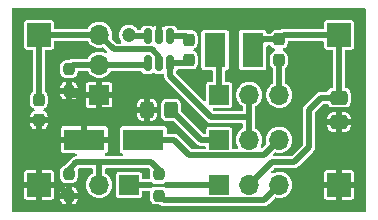
<source format=gbr>
%TF.GenerationSoftware,KiCad,Pcbnew,6.0.4*%
%TF.CreationDate,2022-04-03T03:04:25+02:00*%
%TF.ProjectId,cederom-ap3211-test,63656465-726f-46d2-9d61-70333231312d,2022-04-03*%
%TF.SameCoordinates,Original*%
%TF.FileFunction,Copper,L1,Top*%
%TF.FilePolarity,Positive*%
%FSLAX46Y46*%
G04 Gerber Fmt 4.6, Leading zero omitted, Abs format (unit mm)*
G04 Created by KiCad (PCBNEW 6.0.4) date 2022-04-03 03:04:25*
%MOMM*%
%LPD*%
G01*
G04 APERTURE LIST*
G04 Aperture macros list*
%AMRoundRect*
0 Rectangle with rounded corners*
0 $1 Rounding radius*
0 $2 $3 $4 $5 $6 $7 $8 $9 X,Y pos of 4 corners*
0 Add a 4 corners polygon primitive as box body*
4,1,4,$2,$3,$4,$5,$6,$7,$8,$9,$2,$3,0*
0 Add four circle primitives for the rounded corners*
1,1,$1+$1,$2,$3*
1,1,$1+$1,$4,$5*
1,1,$1+$1,$6,$7*
1,1,$1+$1,$8,$9*
0 Add four rect primitives between the rounded corners*
20,1,$1+$1,$2,$3,$4,$5,0*
20,1,$1+$1,$4,$5,$6,$7,0*
20,1,$1+$1,$6,$7,$8,$9,0*
20,1,$1+$1,$8,$9,$2,$3,0*%
G04 Aperture macros list end*
%TA.AperFunction,ComponentPad*%
%ADD10R,2.000000X2.000000*%
%TD*%
%TA.AperFunction,SMDPad,CuDef*%
%ADD11RoundRect,0.237500X0.237500X-0.250000X0.237500X0.250000X-0.237500X0.250000X-0.237500X-0.250000X0*%
%TD*%
%TA.AperFunction,SMDPad,CuDef*%
%ADD12RoundRect,0.150000X-0.150000X0.512500X-0.150000X-0.512500X0.150000X-0.512500X0.150000X0.512500X0*%
%TD*%
%TA.AperFunction,ComponentPad*%
%ADD13O,1.700000X1.700000*%
%TD*%
%TA.AperFunction,ComponentPad*%
%ADD14R,1.700000X1.700000*%
%TD*%
%TA.AperFunction,SMDPad,CuDef*%
%ADD15RoundRect,0.237500X-0.237500X0.250000X-0.237500X-0.250000X0.237500X-0.250000X0.237500X0.250000X0*%
%TD*%
%TA.AperFunction,SMDPad,CuDef*%
%ADD16RoundRect,0.237500X0.237500X-0.287500X0.237500X0.287500X-0.237500X0.287500X-0.237500X-0.287500X0*%
%TD*%
%TA.AperFunction,SMDPad,CuDef*%
%ADD17R,1.800000X2.900000*%
%TD*%
%TA.AperFunction,SMDPad,CuDef*%
%ADD18R,3.500000X1.800000*%
%TD*%
%TA.AperFunction,SMDPad,CuDef*%
%ADD19RoundRect,0.250000X0.325000X0.450000X-0.325000X0.450000X-0.325000X-0.450000X0.325000X-0.450000X0*%
%TD*%
%TA.AperFunction,SMDPad,CuDef*%
%ADD20RoundRect,0.237500X-0.237500X0.300000X-0.237500X-0.300000X0.237500X-0.300000X0.237500X0.300000X0*%
%TD*%
%TA.AperFunction,SMDPad,CuDef*%
%ADD21RoundRect,0.250000X-0.475000X0.337500X-0.475000X-0.337500X0.475000X-0.337500X0.475000X0.337500X0*%
%TD*%
%TA.AperFunction,ViaPad*%
%ADD22C,1.200000*%
%TD*%
%TA.AperFunction,Conductor*%
%ADD23C,0.500000*%
%TD*%
%TA.AperFunction,Conductor*%
%ADD24C,0.250000*%
%TD*%
G04 APERTURE END LIST*
D10*
%TO.P,TP4,1,1*%
%TO.N,GND*%
X88900000Y-63500000D03*
%TD*%
%TO.P,TP3,1,1*%
%TO.N,Net-(C2-Pad1)*%
X88900000Y-50800000D03*
%TD*%
%TO.P,TP2,1,1*%
%TO.N,GND*%
X63500000Y-63500000D03*
%TD*%
%TO.P,TP1,1,1*%
%TO.N,Net-(C1-Pad1)*%
X63500000Y-50800000D03*
%TD*%
D11*
%TO.P,R3,1*%
%TO.N,GND*%
X66040000Y-55522500D03*
%TO.P,R3,2*%
%TO.N,Net-(JP1-Pad2)*%
X66040000Y-53697500D03*
%TD*%
D12*
%TO.P,U1,1,BS*%
%TO.N,Net-(CB1-Pad1)*%
X74610000Y-50932500D03*
%TO.P,U1,2,GND*%
%TO.N,GND*%
X73660000Y-50932500D03*
%TO.P,U1,3,FB*%
%TO.N,Net-(R1-Pad1)*%
X72710000Y-50932500D03*
%TO.P,U1,4,EN*%
%TO.N,Net-(JP1-Pad2)*%
X72710000Y-53207500D03*
%TO.P,U1,5,IN*%
%TO.N,Net-(C1-Pad1)*%
X73660000Y-53207500D03*
%TO.P,U1,6,SW*%
%TO.N,Net-(CB1-Pad2)*%
X74610000Y-53207500D03*
%TD*%
D13*
%TO.P,R`1,2,Pin_2*%
%TO.N,Net-(R1-Pad1)*%
X68580000Y-63500000D03*
D14*
%TO.P,R`1,1,Pin_1*%
%TO.N,Net-(JP4-Pad1)*%
X71120000Y-63500000D03*
%TD*%
D15*
%TO.P,R2,1*%
%TO.N,Net-(R1-Pad1)*%
X66040000Y-62587500D03*
%TO.P,R2,2*%
%TO.N,GND*%
X66040000Y-64412500D03*
%TD*%
%TO.P,R1,2*%
%TO.N,Net-(JP4-Pad3)*%
X73660000Y-64412500D03*
%TO.P,R1,1*%
%TO.N,Net-(R1-Pad1)*%
X73660000Y-62587500D03*
%TD*%
D16*
%TO.P,L2,1,1*%
%TO.N,Net-(JP3-Pad3)*%
X83820000Y-52945000D03*
%TO.P,L2,2,2*%
%TO.N,Net-(C2-Pad1)*%
X83820000Y-51195000D03*
%TD*%
D17*
%TO.P,L1,1,1*%
%TO.N,Net-(JP3-Pad1)*%
X78410000Y-52070000D03*
%TO.P,L1,2,2*%
%TO.N,Net-(C2-Pad1)*%
X81610000Y-52070000D03*
%TD*%
D14*
%TO.P,JP4,1,A*%
%TO.N,Net-(JP4-Pad1)*%
X78755000Y-63500000D03*
D13*
%TO.P,JP4,2,C*%
%TO.N,Net-(C2-Pad1)*%
X81295000Y-63500000D03*
%TO.P,JP4,3,B*%
%TO.N,Net-(JP4-Pad3)*%
X83835000Y-63500000D03*
%TD*%
D14*
%TO.P,JP3,1,A*%
%TO.N,Net-(JP3-Pad1)*%
X78755000Y-55880000D03*
D13*
%TO.P,JP3,2,C*%
%TO.N,Net-(CB1-Pad2)*%
X81295000Y-55880000D03*
%TO.P,JP3,3,B*%
%TO.N,Net-(JP3-Pad3)*%
X83835000Y-55880000D03*
%TD*%
%TO.P,JP2,3,B*%
%TO.N,Net-(D2-Pad1)*%
X83820000Y-59690000D03*
%TO.P,JP2,2,C*%
%TO.N,Net-(CB1-Pad2)*%
X81280000Y-59690000D03*
D14*
%TO.P,JP2,1,A*%
%TO.N,Net-(D1-Pad1)*%
X78740000Y-59690000D03*
%TD*%
%TO.P,JP1,1,A*%
%TO.N,GND*%
X68580000Y-55880000D03*
D13*
%TO.P,JP1,2,C*%
%TO.N,Net-(JP1-Pad2)*%
X68580000Y-53340000D03*
%TO.P,JP1,3,B*%
%TO.N,Net-(C1-Pad1)*%
X68580000Y-50800000D03*
%TD*%
D18*
%TO.P,D2,1,K*%
%TO.N,Net-(D2-Pad1)*%
X72350000Y-59690000D03*
%TO.P,D2,2,A*%
%TO.N,GND*%
X67350000Y-59690000D03*
%TD*%
D19*
%TO.P,D1,1,K*%
%TO.N,Net-(D1-Pad1)*%
X74685000Y-57150000D03*
%TO.P,D1,2,A*%
%TO.N,GND*%
X72635000Y-57150000D03*
%TD*%
D20*
%TO.P,CB1,2*%
%TO.N,Net-(CB1-Pad2)*%
X76200000Y-52932500D03*
%TO.P,CB1,1*%
%TO.N,Net-(CB1-Pad1)*%
X76200000Y-51207500D03*
%TD*%
D21*
%TO.P,C2,2*%
%TO.N,GND*%
X88900000Y-58187500D03*
%TO.P,C2,1*%
%TO.N,Net-(C2-Pad1)*%
X88900000Y-56112500D03*
%TD*%
D20*
%TO.P,C1,1*%
%TO.N,Net-(C1-Pad1)*%
X63500000Y-56287500D03*
%TO.P,C1,2*%
%TO.N,GND*%
X63500000Y-58012500D03*
%TD*%
D22*
%TO.N,Net-(R1-Pad1)*%
X71120000Y-50800000D03*
%TD*%
D23*
%TO.N,Net-(CB1-Pad2)*%
X81295000Y-55880000D02*
X81295000Y-57770000D01*
X81295000Y-57770000D02*
X81295000Y-59675000D01*
X78105000Y-57785000D02*
X81280000Y-57785000D01*
X81280000Y-57785000D02*
X81295000Y-57770000D01*
X81295000Y-59675000D02*
X81280000Y-59690000D01*
X74610000Y-54290000D02*
X78105000Y-57785000D01*
%TO.N,Net-(JP1-Pad2)*%
X68580000Y-53340000D02*
X72577500Y-53340000D01*
X72577500Y-53340000D02*
X72710000Y-53207500D01*
%TO.N,Net-(C1-Pad1)*%
X73057369Y-52044520D02*
X69824520Y-52044520D01*
X69824520Y-52044520D02*
X68580000Y-50800000D01*
%TO.N,Net-(R1-Pad1)*%
X71252500Y-50932500D02*
X71120000Y-50800000D01*
X72710000Y-50932500D02*
X71252500Y-50932500D01*
%TO.N,GND*%
X63500000Y-63500000D02*
X65127500Y-63500000D01*
X65127500Y-63500000D02*
X66040000Y-64412500D01*
%TO.N,Net-(C2-Pad1)*%
X88900000Y-56112500D02*
X87397500Y-56112500D01*
X87397500Y-56112500D02*
X86360000Y-57150000D01*
X83200000Y-61595000D02*
X81295000Y-63500000D01*
X86360000Y-57150000D02*
X86360000Y-60325000D01*
X85090000Y-61595000D02*
X83200000Y-61595000D01*
X86360000Y-60325000D02*
X85090000Y-61595000D01*
X84215000Y-50800000D02*
X88900000Y-50800000D01*
%TO.N,GND*%
X88900000Y-58187500D02*
X88900000Y-63500000D01*
%TO.N,Net-(C2-Pad1)*%
X88900000Y-50800000D02*
X88900000Y-56112500D01*
X83820000Y-51195000D02*
X84215000Y-50800000D01*
X83820000Y-51195000D02*
X82485000Y-51195000D01*
X82485000Y-51195000D02*
X81610000Y-52070000D01*
%TO.N,Net-(JP3-Pad3)*%
X83835000Y-55880000D02*
X83835000Y-52960000D01*
X83835000Y-52960000D02*
X83820000Y-52945000D01*
%TO.N,Net-(JP3-Pad1)*%
X78755000Y-55880000D02*
X78755000Y-52415000D01*
X78755000Y-52415000D02*
X78410000Y-52070000D01*
%TO.N,Net-(CB1-Pad2)*%
X74610000Y-53207500D02*
X74610000Y-54290000D01*
X74610000Y-53207500D02*
X75925000Y-53207500D01*
X75925000Y-53207500D02*
X76200000Y-52932500D01*
%TO.N,Net-(CB1-Pad1)*%
X74610000Y-50932500D02*
X75925000Y-50932500D01*
X75925000Y-50932500D02*
X76200000Y-51207500D01*
%TO.N,Net-(C1-Pad1)*%
X73660000Y-53207500D02*
X73660000Y-52647151D01*
X73660000Y-52647151D02*
X73057369Y-52044520D01*
%TO.N,Net-(CB1-Pad2)*%
X81280000Y-55895000D02*
X81295000Y-55880000D01*
%TO.N,Net-(D2-Pad1)*%
X82520489Y-60989511D02*
X76229511Y-60989511D01*
X83820000Y-59690000D02*
X82520489Y-60989511D01*
X76229511Y-60989511D02*
X74930000Y-59690000D01*
X74930000Y-59690000D02*
X72350000Y-59690000D01*
%TO.N,Net-(D1-Pad1)*%
X74685000Y-57150000D02*
X77225000Y-59690000D01*
X77225000Y-59690000D02*
X78740000Y-59690000D01*
%TO.N,Net-(JP4-Pad3)*%
X73660000Y-64412500D02*
X74047011Y-64799511D01*
X74047011Y-64799511D02*
X82535489Y-64799511D01*
X82535489Y-64799511D02*
X83835000Y-63500000D01*
D24*
%TO.N,Net-(JP4-Pad1)*%
X73025000Y-63500000D02*
X74295000Y-63500000D01*
D23*
X71120000Y-63500000D02*
X73025000Y-63500000D01*
X74295000Y-63500000D02*
X78755000Y-63500000D01*
%TO.N,Net-(R1-Pad1)*%
X66675000Y-61595000D02*
X68580000Y-61595000D01*
X68580000Y-61595000D02*
X73025000Y-61595000D01*
X68580000Y-63500000D02*
X68580000Y-61595000D01*
X73025000Y-61595000D02*
X73660000Y-62230000D01*
X66040000Y-62587500D02*
X66040000Y-62230000D01*
X66040000Y-62230000D02*
X66675000Y-61595000D01*
X73660000Y-62230000D02*
X73660000Y-62587500D01*
%TO.N,GND*%
X72635000Y-57150000D02*
X68580000Y-57150000D01*
%TO.N,Net-(JP1-Pad2)*%
X68580000Y-53340000D02*
X66397500Y-53340000D01*
X66397500Y-53340000D02*
X66040000Y-53697500D01*
%TO.N,GND*%
X68580000Y-55880000D02*
X66397500Y-55880000D01*
X66397500Y-55880000D02*
X66040000Y-55522500D01*
X67350000Y-59690000D02*
X67350000Y-58380000D01*
X67350000Y-58380000D02*
X67717500Y-58012500D01*
X63500000Y-58012500D02*
X67717500Y-58012500D01*
X68580000Y-57150000D02*
X68580000Y-55880000D01*
X67717500Y-58012500D02*
X68580000Y-57150000D01*
X63500000Y-58012500D02*
X63500000Y-63500000D01*
%TO.N,Net-(C1-Pad1)*%
X63500000Y-50800000D02*
X63500000Y-56287500D01*
X63500000Y-50800000D02*
X68580000Y-50800000D01*
%TD*%
%TA.AperFunction,Conductor*%
%TO.N,GND*%
G36*
X91127621Y-48534502D02*
G01*
X91174114Y-48588158D01*
X91185500Y-48640500D01*
X91185500Y-65659500D01*
X91165498Y-65727621D01*
X91111842Y-65774114D01*
X91059500Y-65785500D01*
X61340500Y-65785500D01*
X61272379Y-65765498D01*
X61225886Y-65711842D01*
X61214500Y-65659500D01*
X61214500Y-64518828D01*
X62246001Y-64518828D01*
X62247209Y-64531088D01*
X62258315Y-64586931D01*
X62267633Y-64609427D01*
X62309983Y-64672808D01*
X62327192Y-64690017D01*
X62390575Y-64732368D01*
X62413066Y-64741684D01*
X62468915Y-64752793D01*
X62481170Y-64754000D01*
X63227885Y-64754000D01*
X63243124Y-64749525D01*
X63244329Y-64748135D01*
X63246000Y-64740452D01*
X63246000Y-64735884D01*
X63754000Y-64735884D01*
X63758475Y-64751123D01*
X63759865Y-64752328D01*
X63767548Y-64753999D01*
X64518828Y-64753999D01*
X64531088Y-64752791D01*
X64586931Y-64741685D01*
X64609427Y-64732367D01*
X64649479Y-64705605D01*
X65311001Y-64705605D01*
X65311371Y-64712426D01*
X65316676Y-64761273D01*
X65320302Y-64776524D01*
X65363799Y-64892553D01*
X65372333Y-64908139D01*
X65446002Y-65006437D01*
X65458563Y-65018998D01*
X65556861Y-65092667D01*
X65572447Y-65101201D01*
X65688473Y-65144697D01*
X65703729Y-65148325D01*
X65752576Y-65153631D01*
X65759393Y-65154000D01*
X65767885Y-65154000D01*
X65783124Y-65149525D01*
X65784329Y-65148135D01*
X65786000Y-65140452D01*
X65786000Y-65135884D01*
X66294000Y-65135884D01*
X66298475Y-65151123D01*
X66299865Y-65152328D01*
X66307548Y-65153999D01*
X66320605Y-65153999D01*
X66327426Y-65153629D01*
X66376273Y-65148324D01*
X66391524Y-65144698D01*
X66507553Y-65101201D01*
X66523139Y-65092667D01*
X66621437Y-65018998D01*
X66633998Y-65006437D01*
X66707667Y-64908139D01*
X66716201Y-64892553D01*
X66759697Y-64776527D01*
X66763325Y-64761271D01*
X66768631Y-64712424D01*
X66769000Y-64705607D01*
X66769000Y-64684615D01*
X66764525Y-64669376D01*
X66763135Y-64668171D01*
X66755452Y-64666500D01*
X66312115Y-64666500D01*
X66296876Y-64670975D01*
X66295671Y-64672365D01*
X66294000Y-64680048D01*
X66294000Y-65135884D01*
X65786000Y-65135884D01*
X65786000Y-64684615D01*
X65781525Y-64669376D01*
X65780135Y-64668171D01*
X65772452Y-64666500D01*
X65329116Y-64666500D01*
X65313877Y-64670975D01*
X65312672Y-64672365D01*
X65311001Y-64680048D01*
X65311001Y-64705605D01*
X64649479Y-64705605D01*
X64672808Y-64690017D01*
X64690017Y-64672808D01*
X64732368Y-64609425D01*
X64741684Y-64586934D01*
X64752793Y-64531085D01*
X64754000Y-64518830D01*
X64754000Y-64140385D01*
X65311000Y-64140385D01*
X65315475Y-64155624D01*
X65316865Y-64156829D01*
X65324548Y-64158500D01*
X65767885Y-64158500D01*
X65783124Y-64154025D01*
X65784329Y-64152635D01*
X65786000Y-64144952D01*
X65786000Y-64140385D01*
X66294000Y-64140385D01*
X66298475Y-64155624D01*
X66299865Y-64156829D01*
X66307548Y-64158500D01*
X66750884Y-64158500D01*
X66766123Y-64154025D01*
X66767328Y-64152635D01*
X66768999Y-64144952D01*
X66768999Y-64119395D01*
X66768629Y-64112574D01*
X66763324Y-64063727D01*
X66759698Y-64048476D01*
X66716201Y-63932447D01*
X66707667Y-63916861D01*
X66633998Y-63818563D01*
X66621437Y-63806002D01*
X66523139Y-63732333D01*
X66507553Y-63723799D01*
X66391527Y-63680303D01*
X66376271Y-63676675D01*
X66327424Y-63671369D01*
X66320607Y-63671000D01*
X66312115Y-63671000D01*
X66296876Y-63675475D01*
X66295671Y-63676865D01*
X66294000Y-63684548D01*
X66294000Y-64140385D01*
X65786000Y-64140385D01*
X65786000Y-63689116D01*
X65781525Y-63673877D01*
X65780135Y-63672672D01*
X65772452Y-63671001D01*
X65759395Y-63671001D01*
X65752574Y-63671371D01*
X65703727Y-63676676D01*
X65688476Y-63680302D01*
X65572447Y-63723799D01*
X65556861Y-63732333D01*
X65458563Y-63806002D01*
X65446002Y-63818563D01*
X65372333Y-63916861D01*
X65363799Y-63932447D01*
X65320303Y-64048473D01*
X65316675Y-64063729D01*
X65311369Y-64112576D01*
X65311000Y-64119393D01*
X65311000Y-64140385D01*
X64754000Y-64140385D01*
X64754000Y-63772115D01*
X64749525Y-63756876D01*
X64748135Y-63755671D01*
X64740452Y-63754000D01*
X63772115Y-63754000D01*
X63756876Y-63758475D01*
X63755671Y-63759865D01*
X63754000Y-63767548D01*
X63754000Y-64735884D01*
X63246000Y-64735884D01*
X63246000Y-63772115D01*
X63241525Y-63756876D01*
X63240135Y-63755671D01*
X63232452Y-63754000D01*
X62264116Y-63754000D01*
X62248877Y-63758475D01*
X62247672Y-63759865D01*
X62246001Y-63767548D01*
X62246001Y-64518828D01*
X61214500Y-64518828D01*
X61214500Y-63227885D01*
X62246000Y-63227885D01*
X62250475Y-63243124D01*
X62251865Y-63244329D01*
X62259548Y-63246000D01*
X63227885Y-63246000D01*
X63243124Y-63241525D01*
X63244329Y-63240135D01*
X63246000Y-63232452D01*
X63246000Y-63227885D01*
X63754000Y-63227885D01*
X63758475Y-63243124D01*
X63759865Y-63244329D01*
X63767548Y-63246000D01*
X64735884Y-63246000D01*
X64751123Y-63241525D01*
X64752328Y-63240135D01*
X64753999Y-63232452D01*
X64753999Y-62481172D01*
X64752791Y-62468912D01*
X64741685Y-62413069D01*
X64732367Y-62390573D01*
X64690017Y-62327192D01*
X64672808Y-62309983D01*
X64609425Y-62267632D01*
X64586934Y-62258316D01*
X64531085Y-62247207D01*
X64518830Y-62246000D01*
X63772115Y-62246000D01*
X63756876Y-62250475D01*
X63755671Y-62251865D01*
X63754000Y-62259548D01*
X63754000Y-63227885D01*
X63246000Y-63227885D01*
X63246000Y-62264116D01*
X63241525Y-62248877D01*
X63240135Y-62247672D01*
X63232452Y-62246001D01*
X62481172Y-62246001D01*
X62468912Y-62247209D01*
X62413069Y-62258315D01*
X62390573Y-62267633D01*
X62327192Y-62309983D01*
X62309983Y-62327192D01*
X62267632Y-62390575D01*
X62258316Y-62413066D01*
X62247207Y-62468915D01*
X62246000Y-62481170D01*
X62246000Y-63227885D01*
X61214500Y-63227885D01*
X61214500Y-59417885D01*
X65346000Y-59417885D01*
X65350475Y-59433124D01*
X65351865Y-59434329D01*
X65359548Y-59436000D01*
X67077885Y-59436000D01*
X67093124Y-59431525D01*
X67094329Y-59430135D01*
X67096000Y-59422452D01*
X67096000Y-59417885D01*
X67604000Y-59417885D01*
X67608475Y-59433124D01*
X67609865Y-59434329D01*
X67617548Y-59436000D01*
X69335884Y-59436000D01*
X69351123Y-59431525D01*
X69352328Y-59430135D01*
X69353999Y-59422452D01*
X69353999Y-58771172D01*
X69352791Y-58758912D01*
X69341685Y-58703069D01*
X69332367Y-58680573D01*
X69290017Y-58617192D01*
X69272808Y-58599983D01*
X69209425Y-58557632D01*
X69186934Y-58548316D01*
X69131085Y-58537207D01*
X69118830Y-58536000D01*
X67622115Y-58536000D01*
X67606876Y-58540475D01*
X67605671Y-58541865D01*
X67604000Y-58549548D01*
X67604000Y-59417885D01*
X67096000Y-59417885D01*
X67096000Y-58554116D01*
X67091525Y-58538877D01*
X67090135Y-58537672D01*
X67082452Y-58536001D01*
X65581172Y-58536001D01*
X65568912Y-58537209D01*
X65513069Y-58548315D01*
X65490573Y-58557633D01*
X65427192Y-58599983D01*
X65409983Y-58617192D01*
X65367632Y-58680575D01*
X65358316Y-58703066D01*
X65347207Y-58758915D01*
X65346000Y-58771170D01*
X65346000Y-59417885D01*
X61214500Y-59417885D01*
X61214500Y-58355605D01*
X62771001Y-58355605D01*
X62771371Y-58362426D01*
X62776676Y-58411273D01*
X62780302Y-58426524D01*
X62823799Y-58542553D01*
X62832333Y-58558139D01*
X62906002Y-58656437D01*
X62918563Y-58668998D01*
X63016861Y-58742667D01*
X63032447Y-58751201D01*
X63148473Y-58794697D01*
X63163729Y-58798325D01*
X63212576Y-58803631D01*
X63219393Y-58804000D01*
X63227885Y-58804000D01*
X63243124Y-58799525D01*
X63244329Y-58798135D01*
X63246000Y-58790452D01*
X63246000Y-58785884D01*
X63754000Y-58785884D01*
X63758475Y-58801123D01*
X63759865Y-58802328D01*
X63767548Y-58803999D01*
X63780605Y-58803999D01*
X63787426Y-58803629D01*
X63836273Y-58798324D01*
X63851524Y-58794698D01*
X63967553Y-58751201D01*
X63983139Y-58742667D01*
X64081437Y-58668998D01*
X64093998Y-58656437D01*
X64167667Y-58558139D01*
X64176201Y-58542553D01*
X64219697Y-58426527D01*
X64223325Y-58411271D01*
X64228631Y-58362424D01*
X64229000Y-58355607D01*
X64229000Y-58284615D01*
X64224525Y-58269376D01*
X64223135Y-58268171D01*
X64215452Y-58266500D01*
X63772115Y-58266500D01*
X63756876Y-58270975D01*
X63755671Y-58272365D01*
X63754000Y-58280048D01*
X63754000Y-58785884D01*
X63246000Y-58785884D01*
X63246000Y-58284615D01*
X63241525Y-58269376D01*
X63240135Y-58268171D01*
X63232452Y-58266500D01*
X62789116Y-58266500D01*
X62773877Y-58270975D01*
X62772672Y-58272365D01*
X62771001Y-58280048D01*
X62771001Y-58355605D01*
X61214500Y-58355605D01*
X61214500Y-49774933D01*
X62245500Y-49774933D01*
X62245501Y-51825066D01*
X62248343Y-51839355D01*
X62256311Y-51879414D01*
X62260266Y-51899301D01*
X62267161Y-51909620D01*
X62267162Y-51909622D01*
X62291900Y-51946644D01*
X62316516Y-51983484D01*
X62400699Y-52039734D01*
X62474933Y-52054500D01*
X62869500Y-52054500D01*
X62937621Y-52074502D01*
X62984114Y-52128158D01*
X62995500Y-52180500D01*
X62995500Y-55509689D01*
X62975498Y-55577810D01*
X62945065Y-55610515D01*
X62923049Y-55627015D01*
X62911026Y-55636026D01*
X62826507Y-55748801D01*
X62823357Y-55757202D01*
X62823356Y-55757205D01*
X62809731Y-55793551D01*
X62777036Y-55880764D01*
X62770500Y-55940930D01*
X62770500Y-56634070D01*
X62777036Y-56694236D01*
X62779928Y-56701951D01*
X62823034Y-56816934D01*
X62826507Y-56826199D01*
X62911026Y-56938974D01*
X63023801Y-57023493D01*
X63032202Y-57026642D01*
X63032203Y-57026643D01*
X63047254Y-57032285D01*
X63104018Y-57074927D01*
X63128717Y-57141489D01*
X63113509Y-57210838D01*
X63063223Y-57260956D01*
X63047252Y-57268249D01*
X63032449Y-57273798D01*
X63016861Y-57282333D01*
X62918563Y-57356002D01*
X62906002Y-57368563D01*
X62832333Y-57466861D01*
X62823799Y-57482447D01*
X62780303Y-57598473D01*
X62776675Y-57613729D01*
X62771369Y-57662576D01*
X62771000Y-57669393D01*
X62771000Y-57740385D01*
X62775475Y-57755624D01*
X62776865Y-57756829D01*
X62784548Y-57758500D01*
X64210884Y-57758500D01*
X64226123Y-57754025D01*
X64227328Y-57752635D01*
X64228999Y-57744952D01*
X64228999Y-57669395D01*
X64228629Y-57662574D01*
X64226643Y-57644292D01*
X71806001Y-57644292D01*
X71806370Y-57651110D01*
X71811841Y-57701482D01*
X71815470Y-57716741D01*
X71860222Y-57836118D01*
X71868754Y-57851704D01*
X71944572Y-57952867D01*
X71957133Y-57965428D01*
X72058296Y-58041246D01*
X72073882Y-58049778D01*
X72193265Y-58094533D01*
X72208510Y-58098158D01*
X72258892Y-58103631D01*
X72265706Y-58104000D01*
X72362885Y-58104000D01*
X72378124Y-58099525D01*
X72379329Y-58098135D01*
X72381000Y-58090452D01*
X72381000Y-58085884D01*
X72889000Y-58085884D01*
X72893475Y-58101123D01*
X72894865Y-58102328D01*
X72902548Y-58103999D01*
X73004292Y-58103999D01*
X73011110Y-58103630D01*
X73061482Y-58098159D01*
X73076741Y-58094530D01*
X73196118Y-58049778D01*
X73211704Y-58041246D01*
X73312867Y-57965428D01*
X73325428Y-57952867D01*
X73401246Y-57851704D01*
X73409778Y-57836118D01*
X73454533Y-57716735D01*
X73458158Y-57701490D01*
X73463631Y-57651108D01*
X73464000Y-57644294D01*
X73464000Y-57422115D01*
X73459525Y-57406876D01*
X73458135Y-57405671D01*
X73450452Y-57404000D01*
X72907115Y-57404000D01*
X72891876Y-57408475D01*
X72890671Y-57409865D01*
X72889000Y-57417548D01*
X72889000Y-58085884D01*
X72381000Y-58085884D01*
X72381000Y-57422115D01*
X72376525Y-57406876D01*
X72375135Y-57405671D01*
X72367452Y-57404000D01*
X71824116Y-57404000D01*
X71808877Y-57408475D01*
X71807672Y-57409865D01*
X71806001Y-57417548D01*
X71806001Y-57644292D01*
X64226643Y-57644292D01*
X64223324Y-57613727D01*
X64219698Y-57598476D01*
X64176201Y-57482447D01*
X64167667Y-57466861D01*
X64093998Y-57368563D01*
X64081437Y-57356002D01*
X63983139Y-57282333D01*
X63967551Y-57273798D01*
X63952748Y-57268249D01*
X63895983Y-57225608D01*
X63871283Y-57159046D01*
X63886490Y-57089697D01*
X63936776Y-57039579D01*
X63952746Y-57032285D01*
X63967797Y-57026643D01*
X63967798Y-57026642D01*
X63976199Y-57023493D01*
X64088974Y-56938974D01*
X64173493Y-56826199D01*
X64176967Y-56816934D01*
X64202499Y-56748828D01*
X67476001Y-56748828D01*
X67477209Y-56761088D01*
X67488315Y-56816931D01*
X67497633Y-56839427D01*
X67539983Y-56902808D01*
X67557192Y-56920017D01*
X67620575Y-56962368D01*
X67643066Y-56971684D01*
X67698915Y-56982793D01*
X67711170Y-56984000D01*
X68307885Y-56984000D01*
X68323124Y-56979525D01*
X68324329Y-56978135D01*
X68326000Y-56970452D01*
X68326000Y-56965884D01*
X68834000Y-56965884D01*
X68838475Y-56981123D01*
X68839865Y-56982328D01*
X68847548Y-56983999D01*
X69448828Y-56983999D01*
X69461088Y-56982791D01*
X69516931Y-56971685D01*
X69539427Y-56962367D01*
X69602808Y-56920017D01*
X69620017Y-56902808D01*
X69636670Y-56877885D01*
X71806000Y-56877885D01*
X71810475Y-56893124D01*
X71811865Y-56894329D01*
X71819548Y-56896000D01*
X72362885Y-56896000D01*
X72378124Y-56891525D01*
X72379329Y-56890135D01*
X72381000Y-56882452D01*
X72381000Y-56877885D01*
X72889000Y-56877885D01*
X72893475Y-56893124D01*
X72894865Y-56894329D01*
X72902548Y-56896000D01*
X73445884Y-56896000D01*
X73461123Y-56891525D01*
X73462328Y-56890135D01*
X73463999Y-56882452D01*
X73463999Y-56655708D01*
X73463630Y-56648890D01*
X73458159Y-56598518D01*
X73454530Y-56583259D01*
X73409778Y-56463882D01*
X73401246Y-56448296D01*
X73325428Y-56347133D01*
X73312867Y-56334572D01*
X73211704Y-56258754D01*
X73196118Y-56250222D01*
X73076735Y-56205467D01*
X73061490Y-56201842D01*
X73011108Y-56196369D01*
X73004294Y-56196000D01*
X72907115Y-56196000D01*
X72891876Y-56200475D01*
X72890671Y-56201865D01*
X72889000Y-56209548D01*
X72889000Y-56877885D01*
X72381000Y-56877885D01*
X72381000Y-56214116D01*
X72376525Y-56198877D01*
X72375135Y-56197672D01*
X72367452Y-56196001D01*
X72265708Y-56196001D01*
X72258890Y-56196370D01*
X72208518Y-56201841D01*
X72193259Y-56205470D01*
X72073882Y-56250222D01*
X72058296Y-56258754D01*
X71957133Y-56334572D01*
X71944572Y-56347133D01*
X71868754Y-56448296D01*
X71860222Y-56463882D01*
X71815467Y-56583265D01*
X71811842Y-56598510D01*
X71806369Y-56648892D01*
X71806000Y-56655706D01*
X71806000Y-56877885D01*
X69636670Y-56877885D01*
X69662368Y-56839425D01*
X69671684Y-56816934D01*
X69682793Y-56761085D01*
X69684000Y-56748830D01*
X69684000Y-56152115D01*
X69679525Y-56136876D01*
X69678135Y-56135671D01*
X69670452Y-56134000D01*
X68852115Y-56134000D01*
X68836876Y-56138475D01*
X68835671Y-56139865D01*
X68834000Y-56147548D01*
X68834000Y-56965884D01*
X68326000Y-56965884D01*
X68326000Y-56152115D01*
X68321525Y-56136876D01*
X68320135Y-56135671D01*
X68312452Y-56134000D01*
X67494116Y-56134000D01*
X67478877Y-56138475D01*
X67477672Y-56139865D01*
X67476001Y-56147548D01*
X67476001Y-56748828D01*
X64202499Y-56748828D01*
X64220072Y-56701951D01*
X64222964Y-56694236D01*
X64229500Y-56634070D01*
X64229500Y-55940930D01*
X64222964Y-55880764D01*
X64198537Y-55815605D01*
X65311001Y-55815605D01*
X65311371Y-55822426D01*
X65316676Y-55871273D01*
X65320302Y-55886524D01*
X65363799Y-56002553D01*
X65372333Y-56018139D01*
X65446002Y-56116437D01*
X65458563Y-56128998D01*
X65556861Y-56202667D01*
X65572447Y-56211201D01*
X65688473Y-56254697D01*
X65703729Y-56258325D01*
X65752576Y-56263631D01*
X65759393Y-56264000D01*
X65767885Y-56264000D01*
X65783124Y-56259525D01*
X65784329Y-56258135D01*
X65786000Y-56250452D01*
X65786000Y-56245884D01*
X66294000Y-56245884D01*
X66298475Y-56261123D01*
X66299865Y-56262328D01*
X66307548Y-56263999D01*
X66320605Y-56263999D01*
X66327426Y-56263629D01*
X66376273Y-56258324D01*
X66391524Y-56254698D01*
X66507553Y-56211201D01*
X66523139Y-56202667D01*
X66621437Y-56128998D01*
X66633998Y-56116437D01*
X66707667Y-56018139D01*
X66716201Y-56002553D01*
X66759697Y-55886527D01*
X66763325Y-55871271D01*
X66768631Y-55822424D01*
X66769000Y-55815607D01*
X66769000Y-55794615D01*
X66764525Y-55779376D01*
X66763135Y-55778171D01*
X66755452Y-55776500D01*
X66312115Y-55776500D01*
X66296876Y-55780975D01*
X66295671Y-55782365D01*
X66294000Y-55790048D01*
X66294000Y-56245884D01*
X65786000Y-56245884D01*
X65786000Y-55794615D01*
X65781525Y-55779376D01*
X65780135Y-55778171D01*
X65772452Y-55776500D01*
X65329116Y-55776500D01*
X65313877Y-55780975D01*
X65312672Y-55782365D01*
X65311001Y-55790048D01*
X65311001Y-55815605D01*
X64198537Y-55815605D01*
X64190269Y-55793551D01*
X64176644Y-55757205D01*
X64176643Y-55757202D01*
X64173493Y-55748801D01*
X64088974Y-55636026D01*
X64076951Y-55627015D01*
X64054935Y-55610515D01*
X64052968Y-55607885D01*
X67476000Y-55607885D01*
X67480475Y-55623124D01*
X67481865Y-55624329D01*
X67489548Y-55626000D01*
X68307885Y-55626000D01*
X68323124Y-55621525D01*
X68324329Y-55620135D01*
X68326000Y-55612452D01*
X68326000Y-55607885D01*
X68834000Y-55607885D01*
X68838475Y-55623124D01*
X68839865Y-55624329D01*
X68847548Y-55626000D01*
X69665884Y-55626000D01*
X69681123Y-55621525D01*
X69682328Y-55620135D01*
X69683999Y-55612452D01*
X69683999Y-55011172D01*
X69682791Y-54998912D01*
X69671685Y-54943069D01*
X69662367Y-54920573D01*
X69620017Y-54857192D01*
X69602808Y-54839983D01*
X69539425Y-54797632D01*
X69516934Y-54788316D01*
X69461085Y-54777207D01*
X69448830Y-54776000D01*
X68852115Y-54776000D01*
X68836876Y-54780475D01*
X68835671Y-54781865D01*
X68834000Y-54789548D01*
X68834000Y-55607885D01*
X68326000Y-55607885D01*
X68326000Y-54794116D01*
X68321525Y-54778877D01*
X68320135Y-54777672D01*
X68312452Y-54776001D01*
X67711172Y-54776001D01*
X67698912Y-54777209D01*
X67643069Y-54788315D01*
X67620573Y-54797633D01*
X67557192Y-54839983D01*
X67539983Y-54857192D01*
X67497632Y-54920575D01*
X67488316Y-54943066D01*
X67477207Y-54998915D01*
X67476000Y-55011170D01*
X67476000Y-55607885D01*
X64052968Y-55607885D01*
X64012420Y-55553656D01*
X64004500Y-55509689D01*
X64004500Y-55250385D01*
X65311000Y-55250385D01*
X65315475Y-55265624D01*
X65316865Y-55266829D01*
X65324548Y-55268500D01*
X65767885Y-55268500D01*
X65783124Y-55264025D01*
X65784329Y-55262635D01*
X65786000Y-55254952D01*
X65786000Y-55250385D01*
X66294000Y-55250385D01*
X66298475Y-55265624D01*
X66299865Y-55266829D01*
X66307548Y-55268500D01*
X66750884Y-55268500D01*
X66766123Y-55264025D01*
X66767328Y-55262635D01*
X66768999Y-55254952D01*
X66768999Y-55229395D01*
X66768629Y-55222574D01*
X66763324Y-55173727D01*
X66759698Y-55158476D01*
X66716201Y-55042447D01*
X66707667Y-55026861D01*
X66633998Y-54928563D01*
X66621437Y-54916002D01*
X66523139Y-54842333D01*
X66507553Y-54833799D01*
X66391527Y-54790303D01*
X66376271Y-54786675D01*
X66327424Y-54781369D01*
X66320607Y-54781000D01*
X66312115Y-54781000D01*
X66296876Y-54785475D01*
X66295671Y-54786865D01*
X66294000Y-54794548D01*
X66294000Y-55250385D01*
X65786000Y-55250385D01*
X65786000Y-54799116D01*
X65781525Y-54783877D01*
X65780135Y-54782672D01*
X65772452Y-54781001D01*
X65759395Y-54781001D01*
X65752574Y-54781371D01*
X65703727Y-54786676D01*
X65688476Y-54790302D01*
X65572447Y-54833799D01*
X65556861Y-54842333D01*
X65458563Y-54916002D01*
X65446002Y-54928563D01*
X65372333Y-55026861D01*
X65363799Y-55042447D01*
X65320303Y-55158473D01*
X65316675Y-55173729D01*
X65311369Y-55222576D01*
X65311000Y-55229393D01*
X65311000Y-55250385D01*
X64004500Y-55250385D01*
X64004500Y-52180499D01*
X64024502Y-52112378D01*
X64078158Y-52065885D01*
X64130500Y-52054499D01*
X64525066Y-52054499D01*
X64560818Y-52047388D01*
X64587126Y-52042156D01*
X64587128Y-52042155D01*
X64599301Y-52039734D01*
X64609621Y-52032839D01*
X64609622Y-52032838D01*
X64673168Y-51990377D01*
X64683484Y-51983484D01*
X64739734Y-51899301D01*
X64754500Y-51825067D01*
X64754500Y-51430500D01*
X64774502Y-51362379D01*
X64828158Y-51315886D01*
X64880500Y-51304500D01*
X67518716Y-51304500D01*
X67586837Y-51324502D01*
X67621613Y-51357780D01*
X67705752Y-51476834D01*
X67736533Y-51520389D01*
X67740675Y-51524424D01*
X67756685Y-51540020D01*
X67881938Y-51662035D01*
X68050720Y-51774812D01*
X68056023Y-51777090D01*
X68056026Y-51777092D01*
X68224561Y-51849500D01*
X68237228Y-51854942D01*
X68278828Y-51864355D01*
X68429579Y-51898467D01*
X68429584Y-51898468D01*
X68435216Y-51899742D01*
X68440987Y-51899969D01*
X68440989Y-51899969D01*
X68500756Y-51902317D01*
X68638053Y-51907712D01*
X68756189Y-51890583D01*
X68833223Y-51879414D01*
X68833227Y-51879413D01*
X68838945Y-51878584D01*
X68844418Y-51876726D01*
X68850033Y-51875378D01*
X68850327Y-51876603D01*
X68914935Y-51873903D01*
X68973610Y-51907081D01*
X69207229Y-52140700D01*
X69241255Y-52203012D01*
X69236190Y-52273827D01*
X69193643Y-52330663D01*
X69127123Y-52355474D01*
X69071445Y-52346825D01*
X68895039Y-52276446D01*
X68889379Y-52275320D01*
X68889375Y-52275319D01*
X68701613Y-52237971D01*
X68701610Y-52237971D01*
X68695946Y-52236844D01*
X68690171Y-52236768D01*
X68690167Y-52236768D01*
X68588793Y-52235441D01*
X68492971Y-52234187D01*
X68487274Y-52235166D01*
X68487273Y-52235166D01*
X68298607Y-52267585D01*
X68292910Y-52268564D01*
X68102463Y-52338824D01*
X67928010Y-52442612D01*
X67923670Y-52446418D01*
X67923666Y-52446421D01*
X67806675Y-52549020D01*
X67775392Y-52576455D01*
X67771817Y-52580990D01*
X67771816Y-52580991D01*
X67765229Y-52589347D01*
X67649720Y-52735869D01*
X67647030Y-52740982D01*
X67647026Y-52740988D01*
X67632725Y-52768169D01*
X67583305Y-52819141D01*
X67521218Y-52835500D01*
X66468124Y-52835500D01*
X66456119Y-52834159D01*
X66456079Y-52834655D01*
X66447132Y-52833935D01*
X66438376Y-52831954D01*
X66394838Y-52834655D01*
X66385118Y-52835258D01*
X66377316Y-52835500D01*
X66361274Y-52835500D01*
X66356843Y-52836135D01*
X66356838Y-52836135D01*
X66352813Y-52836712D01*
X66351043Y-52836965D01*
X66340986Y-52837996D01*
X66318524Y-52839389D01*
X66303100Y-52840346D01*
X66303098Y-52840346D01*
X66294141Y-52840902D01*
X66285701Y-52843949D01*
X66282411Y-52844630D01*
X66266562Y-52848582D01*
X66263332Y-52849527D01*
X66254448Y-52850799D01*
X66211722Y-52870225D01*
X66202360Y-52874036D01*
X66166658Y-52886925D01*
X66166657Y-52886926D01*
X66158216Y-52889973D01*
X66150967Y-52895269D01*
X66147986Y-52896854D01*
X66133908Y-52905080D01*
X66131069Y-52906896D01*
X66122895Y-52910612D01*
X66116091Y-52916475D01*
X66106253Y-52924952D01*
X66041591Y-52954267D01*
X66024004Y-52955500D01*
X65755930Y-52955500D01*
X65695764Y-52962036D01*
X65650613Y-52978963D01*
X65572205Y-53008356D01*
X65572202Y-53008357D01*
X65563801Y-53011507D01*
X65451026Y-53096026D01*
X65366507Y-53208801D01*
X65317036Y-53340764D01*
X65310500Y-53400930D01*
X65310500Y-53994070D01*
X65317036Y-54054236D01*
X65327080Y-54081029D01*
X65349743Y-54141480D01*
X65366507Y-54186199D01*
X65451026Y-54298974D01*
X65563801Y-54383493D01*
X65572202Y-54386643D01*
X65572205Y-54386644D01*
X65641710Y-54412700D01*
X65695764Y-54432964D01*
X65755930Y-54439500D01*
X66324070Y-54439500D01*
X66384236Y-54432964D01*
X66438290Y-54412700D01*
X66507795Y-54386644D01*
X66507798Y-54386643D01*
X66516199Y-54383493D01*
X66628974Y-54298974D01*
X66713493Y-54186199D01*
X66730258Y-54141480D01*
X66752920Y-54081029D01*
X66762964Y-54054236D01*
X66769500Y-53994070D01*
X66769500Y-53970500D01*
X66789502Y-53902379D01*
X66843158Y-53855886D01*
X66895500Y-53844500D01*
X67518716Y-53844500D01*
X67586837Y-53864502D01*
X67621613Y-53897780D01*
X67732185Y-54054236D01*
X67736533Y-54060389D01*
X67881938Y-54202035D01*
X68050720Y-54314812D01*
X68056023Y-54317090D01*
X68056026Y-54317092D01*
X68212691Y-54384400D01*
X68237228Y-54394942D01*
X68310244Y-54411464D01*
X68429579Y-54438467D01*
X68429584Y-54438468D01*
X68435216Y-54439742D01*
X68440987Y-54439969D01*
X68440989Y-54439969D01*
X68500756Y-54442317D01*
X68638053Y-54447712D01*
X68739768Y-54432964D01*
X68833231Y-54419413D01*
X68833236Y-54419412D01*
X68838945Y-54418584D01*
X68844409Y-54416729D01*
X68844414Y-54416728D01*
X69025693Y-54355192D01*
X69025698Y-54355190D01*
X69031165Y-54353334D01*
X69208276Y-54254147D01*
X69214316Y-54249124D01*
X69335696Y-54148172D01*
X69364345Y-54124345D01*
X69421502Y-54055622D01*
X69490453Y-53972718D01*
X69490455Y-53972715D01*
X69494147Y-53968276D01*
X69527382Y-53908931D01*
X69578116Y-53859272D01*
X69637314Y-53844500D01*
X72092242Y-53844500D01*
X72160363Y-53864502D01*
X72204509Y-53913297D01*
X72228674Y-53960723D01*
X72319277Y-54051326D01*
X72433445Y-54109498D01*
X72528166Y-54124500D01*
X72891834Y-54124500D01*
X72986555Y-54109498D01*
X73080491Y-54061635D01*
X73091890Y-54055827D01*
X73091891Y-54055826D01*
X73100723Y-54051326D01*
X73107734Y-54044315D01*
X73110938Y-54041987D01*
X73177805Y-54018128D01*
X73246957Y-54034207D01*
X73259062Y-54041987D01*
X73262266Y-54044315D01*
X73269277Y-54051326D01*
X73278109Y-54055826D01*
X73278110Y-54055827D01*
X73289509Y-54061635D01*
X73383445Y-54109498D01*
X73478166Y-54124500D01*
X73841834Y-54124500D01*
X73936555Y-54109498D01*
X73941879Y-54106785D01*
X74010658Y-54104819D01*
X74071457Y-54141480D01*
X74102783Y-54205192D01*
X74104223Y-54236783D01*
X74103934Y-54240372D01*
X74101954Y-54249124D01*
X74102510Y-54258082D01*
X74105258Y-54302382D01*
X74105500Y-54310184D01*
X74105500Y-54326226D01*
X74106135Y-54330657D01*
X74106135Y-54330662D01*
X74106965Y-54336453D01*
X74107996Y-54346514D01*
X74110902Y-54393359D01*
X74113949Y-54401799D01*
X74114630Y-54405089D01*
X74118582Y-54420938D01*
X74119527Y-54424168D01*
X74120799Y-54433052D01*
X74124514Y-54441223D01*
X74140218Y-54475763D01*
X74144030Y-54485128D01*
X74156922Y-54520837D01*
X74156924Y-54520840D01*
X74159972Y-54529284D01*
X74165268Y-54536533D01*
X74166840Y-54539490D01*
X74175093Y-54553614D01*
X74176898Y-54556437D01*
X74180612Y-54564605D01*
X74186469Y-54571402D01*
X74186470Y-54571404D01*
X74211243Y-54600153D01*
X74217525Y-54608064D01*
X74225473Y-54618944D01*
X74236335Y-54629806D01*
X74242693Y-54636652D01*
X74274944Y-54674082D01*
X74282479Y-54678966D01*
X74289051Y-54684699D01*
X74300455Y-54693926D01*
X77698323Y-58091794D01*
X77705865Y-58101234D01*
X77706245Y-58100911D01*
X77712063Y-58107747D01*
X77716853Y-58115339D01*
X77723581Y-58121281D01*
X77756859Y-58150671D01*
X77762546Y-58156017D01*
X77773880Y-58167351D01*
X77777466Y-58170038D01*
X77777471Y-58170043D01*
X77782159Y-58173557D01*
X77789997Y-58179938D01*
X77825170Y-58211001D01*
X77833293Y-58214815D01*
X77836104Y-58216661D01*
X77850103Y-58225072D01*
X77853052Y-58226686D01*
X77860235Y-58232070D01*
X77897023Y-58245861D01*
X77904174Y-58248542D01*
X77913494Y-58252469D01*
X77955982Y-58272417D01*
X77964853Y-58273798D01*
X77968075Y-58274783D01*
X77983846Y-58278920D01*
X77987140Y-58279644D01*
X77995552Y-58282798D01*
X78004510Y-58283464D01*
X78004511Y-58283464D01*
X78042350Y-58286276D01*
X78052374Y-58287426D01*
X78065697Y-58289500D01*
X78081062Y-58289500D01*
X78090399Y-58289846D01*
X78139666Y-58293507D01*
X78148441Y-58291634D01*
X78157137Y-58291041D01*
X78171737Y-58289500D01*
X80664500Y-58289500D01*
X80732621Y-58309502D01*
X80779114Y-58363158D01*
X80790500Y-58415500D01*
X80790500Y-58624290D01*
X80770498Y-58692411D01*
X80728923Y-58732575D01*
X80632978Y-58789656D01*
X80632977Y-58789657D01*
X80628010Y-58792612D01*
X80623670Y-58796418D01*
X80623666Y-58796421D01*
X80516473Y-58890428D01*
X80475392Y-58926455D01*
X80349720Y-59085869D01*
X80347031Y-59090980D01*
X80347029Y-59090983D01*
X80336055Y-59111842D01*
X80255203Y-59265515D01*
X80195007Y-59459378D01*
X80171148Y-59660964D01*
X80184424Y-59863522D01*
X80185845Y-59869118D01*
X80185846Y-59869123D01*
X80220669Y-60006234D01*
X80234392Y-60060269D01*
X80236809Y-60065512D01*
X80274007Y-60146200D01*
X80319377Y-60244616D01*
X80322710Y-60249332D01*
X80348830Y-60286291D01*
X80371811Y-60353465D01*
X80354827Y-60422400D01*
X80303269Y-60471210D01*
X80245933Y-60485011D01*
X79970500Y-60485011D01*
X79902379Y-60465009D01*
X79855886Y-60411353D01*
X79844500Y-60359011D01*
X79844499Y-58821123D01*
X79844499Y-58814934D01*
X79834554Y-58764933D01*
X79832156Y-58752874D01*
X79832155Y-58752872D01*
X79829734Y-58740699D01*
X79804459Y-58702872D01*
X79780377Y-58666832D01*
X79773484Y-58656516D01*
X79689301Y-58600266D01*
X79615067Y-58585500D01*
X78740142Y-58585500D01*
X77864934Y-58585501D01*
X77829182Y-58592612D01*
X77802874Y-58597844D01*
X77802872Y-58597845D01*
X77790699Y-58600266D01*
X77780379Y-58607161D01*
X77780378Y-58607162D01*
X77728637Y-58641735D01*
X77706516Y-58656516D01*
X77650266Y-58740699D01*
X77635500Y-58814933D01*
X77635500Y-59059500D01*
X77615498Y-59127621D01*
X77561842Y-59174114D01*
X77509500Y-59185500D01*
X77486160Y-59185500D01*
X77418039Y-59165498D01*
X77397065Y-59148595D01*
X75551405Y-57302934D01*
X75517379Y-57240622D01*
X75514500Y-57213839D01*
X75514500Y-56652244D01*
X75510984Y-56619880D01*
X75508651Y-56598403D01*
X75508651Y-56598402D01*
X75507798Y-56590552D01*
X75457071Y-56455236D01*
X75451691Y-56448057D01*
X75451689Y-56448054D01*
X75375785Y-56346776D01*
X75370404Y-56339596D01*
X75349977Y-56324287D01*
X75261946Y-56258311D01*
X75261943Y-56258309D01*
X75254764Y-56252929D01*
X75128166Y-56205470D01*
X75126843Y-56204974D01*
X75126841Y-56204974D01*
X75119448Y-56202202D01*
X75111598Y-56201349D01*
X75111597Y-56201349D01*
X75061153Y-56195869D01*
X75061152Y-56195869D01*
X75057756Y-56195500D01*
X74312244Y-56195500D01*
X74308848Y-56195869D01*
X74308847Y-56195869D01*
X74258403Y-56201349D01*
X74258402Y-56201349D01*
X74250552Y-56202202D01*
X74243159Y-56204974D01*
X74243157Y-56204974D01*
X74241834Y-56205470D01*
X74115236Y-56252929D01*
X74108057Y-56258309D01*
X74108054Y-56258311D01*
X74020023Y-56324287D01*
X73999596Y-56339596D01*
X73994215Y-56346776D01*
X73918311Y-56448054D01*
X73918309Y-56448057D01*
X73912929Y-56455236D01*
X73862202Y-56590552D01*
X73861349Y-56598402D01*
X73861349Y-56598403D01*
X73859016Y-56619880D01*
X73855500Y-56652244D01*
X73855500Y-57647756D01*
X73862202Y-57709448D01*
X73864974Y-57716841D01*
X73864974Y-57716843D01*
X73875512Y-57744952D01*
X73912929Y-57844764D01*
X73918309Y-57851943D01*
X73918311Y-57851946D01*
X73965856Y-57915385D01*
X73999596Y-57960404D01*
X74006776Y-57965785D01*
X74108054Y-58041689D01*
X74108057Y-58041691D01*
X74115236Y-58047071D01*
X74204954Y-58080704D01*
X74243157Y-58095026D01*
X74243159Y-58095026D01*
X74250552Y-58097798D01*
X74258402Y-58098651D01*
X74258403Y-58098651D01*
X74307632Y-58103999D01*
X74312244Y-58104500D01*
X74873839Y-58104500D01*
X74941960Y-58124502D01*
X74962934Y-58141405D01*
X76818323Y-59996794D01*
X76825865Y-60006234D01*
X76826245Y-60005911D01*
X76832063Y-60012747D01*
X76836853Y-60020339D01*
X76843581Y-60026281D01*
X76876859Y-60055671D01*
X76882546Y-60061017D01*
X76893880Y-60072351D01*
X76897466Y-60075038D01*
X76897471Y-60075043D01*
X76902159Y-60078557D01*
X76909997Y-60084938D01*
X76945170Y-60116001D01*
X76953293Y-60119815D01*
X76956104Y-60121661D01*
X76970103Y-60130072D01*
X76973052Y-60131686D01*
X76980235Y-60137070D01*
X77004611Y-60146208D01*
X77024174Y-60153542D01*
X77033494Y-60157469D01*
X77075982Y-60177417D01*
X77084853Y-60178798D01*
X77088075Y-60179783D01*
X77103846Y-60183920D01*
X77107140Y-60184644D01*
X77115552Y-60187798D01*
X77124510Y-60188464D01*
X77124511Y-60188464D01*
X77162350Y-60191276D01*
X77172374Y-60192426D01*
X77185697Y-60194500D01*
X77201062Y-60194500D01*
X77210399Y-60194846D01*
X77259666Y-60198507D01*
X77268441Y-60196634D01*
X77277137Y-60196041D01*
X77291737Y-60194500D01*
X77509501Y-60194500D01*
X77577622Y-60214502D01*
X77624115Y-60268158D01*
X77635501Y-60320500D01*
X77635501Y-60359011D01*
X77615499Y-60427132D01*
X77561843Y-60473625D01*
X77509501Y-60485011D01*
X76490672Y-60485011D01*
X76422551Y-60465009D01*
X76401577Y-60448106D01*
X75336677Y-59383206D01*
X75329135Y-59373766D01*
X75328755Y-59374089D01*
X75322937Y-59367253D01*
X75318147Y-59359661D01*
X75278140Y-59324328D01*
X75272454Y-59318983D01*
X75261120Y-59307649D01*
X75252845Y-59301447D01*
X75245000Y-59295060D01*
X75216557Y-59269940D01*
X75209830Y-59263999D01*
X75201708Y-59260186D01*
X75198907Y-59258346D01*
X75184912Y-59249937D01*
X75181949Y-59248315D01*
X75174764Y-59242930D01*
X75166354Y-59239777D01*
X75166352Y-59239776D01*
X75130818Y-59226454D01*
X75121502Y-59222529D01*
X75079018Y-59202583D01*
X75070144Y-59201201D01*
X75066917Y-59200215D01*
X75051134Y-59196075D01*
X75047856Y-59195354D01*
X75039448Y-59192202D01*
X75025691Y-59191180D01*
X74992643Y-59188724D01*
X74982596Y-59187570D01*
X74974114Y-59186249D01*
X74974111Y-59186249D01*
X74969303Y-59185500D01*
X74953938Y-59185500D01*
X74944601Y-59185154D01*
X74928519Y-59183959D01*
X74895333Y-59181493D01*
X74886558Y-59183366D01*
X74877862Y-59183959D01*
X74863262Y-59185500D01*
X74480499Y-59185500D01*
X74412378Y-59165498D01*
X74365885Y-59111842D01*
X74354499Y-59059500D01*
X74354499Y-58764934D01*
X74343913Y-58711711D01*
X74342156Y-58702874D01*
X74342155Y-58702872D01*
X74339734Y-58690699D01*
X74323787Y-58666832D01*
X74290377Y-58616832D01*
X74283484Y-58606516D01*
X74199301Y-58550266D01*
X74125067Y-58535500D01*
X72350287Y-58535500D01*
X70574934Y-58535501D01*
X70539478Y-58542553D01*
X70512874Y-58547844D01*
X70512872Y-58547845D01*
X70500699Y-58550266D01*
X70490379Y-58557161D01*
X70490378Y-58557162D01*
X70445957Y-58586844D01*
X70416516Y-58606516D01*
X70360266Y-58690699D01*
X70345500Y-58764933D01*
X70345501Y-60615066D01*
X70350460Y-60640000D01*
X70357806Y-60676931D01*
X70360266Y-60689301D01*
X70367161Y-60699620D01*
X70367162Y-60699622D01*
X70388581Y-60731677D01*
X70416516Y-60773484D01*
X70500699Y-60829734D01*
X70555071Y-60840549D01*
X70556940Y-60840921D01*
X70619850Y-60873828D01*
X70654982Y-60935523D01*
X70651182Y-61006418D01*
X70609656Y-61064004D01*
X70543590Y-61089998D01*
X70532359Y-61090500D01*
X69165071Y-61090500D01*
X69096950Y-61070498D01*
X69050457Y-61016842D01*
X69040353Y-60946568D01*
X69069847Y-60881988D01*
X69129573Y-60843604D01*
X69140492Y-60840921D01*
X69186931Y-60831685D01*
X69209427Y-60822367D01*
X69272808Y-60780017D01*
X69290017Y-60762808D01*
X69332368Y-60699425D01*
X69341684Y-60676934D01*
X69352793Y-60621085D01*
X69354000Y-60608830D01*
X69354000Y-59962115D01*
X69349525Y-59946876D01*
X69348135Y-59945671D01*
X69340452Y-59944000D01*
X65364116Y-59944000D01*
X65348877Y-59948475D01*
X65347672Y-59949865D01*
X65346001Y-59957548D01*
X65346001Y-60608828D01*
X65347209Y-60621088D01*
X65358315Y-60676931D01*
X65367633Y-60699427D01*
X65409983Y-60762808D01*
X65427192Y-60780017D01*
X65490575Y-60822368D01*
X65513066Y-60831684D01*
X65568915Y-60842793D01*
X65581170Y-60844000D01*
X66566164Y-60844000D01*
X66634285Y-60864002D01*
X66680778Y-60917658D01*
X66690882Y-60987932D01*
X66661388Y-61052512D01*
X66601662Y-61090896D01*
X66589295Y-61093066D01*
X66589390Y-61093526D01*
X66580601Y-61095346D01*
X66571642Y-61095902D01*
X66563199Y-61098950D01*
X66559920Y-61099629D01*
X66544055Y-61103584D01*
X66540831Y-61104527D01*
X66531948Y-61105799D01*
X66523779Y-61109513D01*
X66523773Y-61109515D01*
X66489221Y-61125225D01*
X66479853Y-61129039D01*
X66435716Y-61144972D01*
X66428466Y-61150269D01*
X66425499Y-61151846D01*
X66411386Y-61160093D01*
X66408563Y-61161898D01*
X66400395Y-61165612D01*
X66393598Y-61171469D01*
X66393596Y-61171470D01*
X66364847Y-61196243D01*
X66356936Y-61202525D01*
X66346056Y-61210473D01*
X66335194Y-61221335D01*
X66328348Y-61227693D01*
X66290918Y-61259944D01*
X66286034Y-61267479D01*
X66280301Y-61274051D01*
X66271074Y-61285455D01*
X65733206Y-61823323D01*
X65723767Y-61830864D01*
X65724090Y-61831244D01*
X65719517Y-61835136D01*
X65715356Y-61837585D01*
X65711339Y-61840794D01*
X65709654Y-61841857D01*
X65709232Y-61841188D01*
X65682084Y-61857164D01*
X65649761Y-61869282D01*
X65572205Y-61898356D01*
X65572202Y-61898357D01*
X65563801Y-61901507D01*
X65451026Y-61986026D01*
X65366507Y-62098801D01*
X65363357Y-62107202D01*
X65363356Y-62107205D01*
X65358746Y-62119502D01*
X65317036Y-62230764D01*
X65310500Y-62290930D01*
X65310500Y-62884070D01*
X65317036Y-62944236D01*
X65366507Y-63076199D01*
X65451026Y-63188974D01*
X65563801Y-63273493D01*
X65572202Y-63276643D01*
X65572205Y-63276644D01*
X65650613Y-63306037D01*
X65695764Y-63322964D01*
X65755930Y-63329500D01*
X66324070Y-63329500D01*
X66384236Y-63322964D01*
X66429387Y-63306037D01*
X66507795Y-63276644D01*
X66507798Y-63276643D01*
X66516199Y-63273493D01*
X66628974Y-63188974D01*
X66713493Y-63076199D01*
X66762964Y-62944236D01*
X66769500Y-62884070D01*
X66769500Y-62290930D01*
X66768479Y-62281533D01*
X66781003Y-62211650D01*
X66804646Y-62178824D01*
X66847065Y-62136405D01*
X66909377Y-62102379D01*
X66936160Y-62099500D01*
X67949500Y-62099500D01*
X68017621Y-62119502D01*
X68064114Y-62173158D01*
X68075500Y-62225500D01*
X68075500Y-62443214D01*
X68055498Y-62511335D01*
X68013923Y-62551499D01*
X67932978Y-62599656D01*
X67932977Y-62599657D01*
X67928010Y-62602612D01*
X67923670Y-62606418D01*
X67923666Y-62606421D01*
X67779733Y-62732648D01*
X67775392Y-62736455D01*
X67649720Y-62895869D01*
X67647031Y-62900980D01*
X67647029Y-62900983D01*
X67636055Y-62921842D01*
X67555203Y-63075515D01*
X67495007Y-63269378D01*
X67471148Y-63470964D01*
X67484424Y-63673522D01*
X67485845Y-63679118D01*
X67485846Y-63679123D01*
X67518070Y-63806002D01*
X67534392Y-63870269D01*
X67536809Y-63875512D01*
X67574007Y-63956200D01*
X67619377Y-64054616D01*
X67622710Y-64059332D01*
X67693031Y-64158834D01*
X67736533Y-64220389D01*
X67740675Y-64224424D01*
X67797637Y-64279913D01*
X67881938Y-64362035D01*
X68050720Y-64474812D01*
X68056023Y-64477090D01*
X68056026Y-64477092D01*
X68181699Y-64531085D01*
X68237228Y-64554942D01*
X68305052Y-64570289D01*
X68429579Y-64598467D01*
X68429584Y-64598468D01*
X68435216Y-64599742D01*
X68440987Y-64599969D01*
X68440989Y-64599969D01*
X68500756Y-64602317D01*
X68638053Y-64607712D01*
X68745348Y-64592155D01*
X68833231Y-64579413D01*
X68833236Y-64579412D01*
X68838945Y-64578584D01*
X68844409Y-64576729D01*
X68844414Y-64576728D01*
X69025693Y-64515192D01*
X69025698Y-64515190D01*
X69031165Y-64513334D01*
X69208276Y-64414147D01*
X69247969Y-64381135D01*
X69359913Y-64288031D01*
X69364345Y-64284345D01*
X69403612Y-64237132D01*
X69490453Y-64132718D01*
X69490455Y-64132715D01*
X69494147Y-64128276D01*
X69593334Y-63951165D01*
X69595190Y-63945698D01*
X69595192Y-63945693D01*
X69656728Y-63764414D01*
X69656729Y-63764409D01*
X69658584Y-63758945D01*
X69659412Y-63753236D01*
X69659413Y-63753231D01*
X69687179Y-63561727D01*
X69687712Y-63558053D01*
X69689232Y-63500000D01*
X69677797Y-63375551D01*
X69671187Y-63303613D01*
X69671186Y-63303610D01*
X69670658Y-63297859D01*
X69664675Y-63276644D01*
X69617125Y-63108046D01*
X69617124Y-63108044D01*
X69615557Y-63102487D01*
X69604978Y-63081033D01*
X69528331Y-62925609D01*
X69525776Y-62920428D01*
X69404320Y-62757779D01*
X69255258Y-62619987D01*
X69250375Y-62616906D01*
X69250371Y-62616903D01*
X69143265Y-62549325D01*
X69096326Y-62496058D01*
X69084500Y-62442763D01*
X69084500Y-62225500D01*
X69104502Y-62157379D01*
X69158158Y-62110886D01*
X69210500Y-62099500D01*
X72763838Y-62099500D01*
X72831959Y-62119502D01*
X72852933Y-62136405D01*
X72895353Y-62178825D01*
X72929379Y-62241137D01*
X72931522Y-62281522D01*
X72930500Y-62290930D01*
X72930500Y-62869500D01*
X72910498Y-62937621D01*
X72856842Y-62984114D01*
X72804500Y-62995500D01*
X72350499Y-62995500D01*
X72282378Y-62975498D01*
X72235885Y-62921842D01*
X72224499Y-62869500D01*
X72224499Y-62624934D01*
X72209734Y-62550699D01*
X72183654Y-62511667D01*
X72160377Y-62476832D01*
X72153484Y-62466516D01*
X72069301Y-62410266D01*
X71995067Y-62395500D01*
X71120142Y-62395500D01*
X70244934Y-62395501D01*
X70209182Y-62402612D01*
X70182874Y-62407844D01*
X70182872Y-62407845D01*
X70170699Y-62410266D01*
X70160379Y-62417161D01*
X70160378Y-62417162D01*
X70122064Y-62442763D01*
X70086516Y-62466516D01*
X70030266Y-62550699D01*
X70015500Y-62624933D01*
X70015501Y-64375066D01*
X70030266Y-64449301D01*
X70037161Y-64459620D01*
X70037162Y-64459622D01*
X70076723Y-64518828D01*
X70086516Y-64533484D01*
X70170699Y-64589734D01*
X70244933Y-64604500D01*
X71119858Y-64604500D01*
X71995066Y-64604499D01*
X72030818Y-64597388D01*
X72057126Y-64592156D01*
X72057128Y-64592155D01*
X72069301Y-64589734D01*
X72079621Y-64582839D01*
X72079622Y-64582838D01*
X72143168Y-64540377D01*
X72153484Y-64533484D01*
X72209734Y-64449301D01*
X72224500Y-64375067D01*
X72224500Y-64130500D01*
X72244502Y-64062379D01*
X72298158Y-64015886D01*
X72350500Y-64004500D01*
X72804500Y-64004500D01*
X72872621Y-64024502D01*
X72919114Y-64078158D01*
X72930500Y-64130500D01*
X72930500Y-64709070D01*
X72937036Y-64769236D01*
X72939810Y-64776635D01*
X72983266Y-64892553D01*
X72986507Y-64901199D01*
X73071026Y-65013974D01*
X73183801Y-65098493D01*
X73192202Y-65101643D01*
X73192205Y-65101644D01*
X73270613Y-65131037D01*
X73315764Y-65147964D01*
X73375930Y-65154500D01*
X73637802Y-65154500D01*
X73705923Y-65174502D01*
X73715838Y-65181928D01*
X73715889Y-65181861D01*
X73724166Y-65188064D01*
X73732009Y-65194449D01*
X73767181Y-65225512D01*
X73775303Y-65229325D01*
X73778104Y-65231165D01*
X73792099Y-65239574D01*
X73795062Y-65241196D01*
X73802247Y-65246581D01*
X73810657Y-65249734D01*
X73810659Y-65249735D01*
X73846193Y-65263057D01*
X73855506Y-65266981D01*
X73897993Y-65286928D01*
X73906867Y-65288310D01*
X73910094Y-65289296D01*
X73925857Y-65293431D01*
X73929151Y-65294155D01*
X73937563Y-65297309D01*
X73946521Y-65297975D01*
X73946522Y-65297975D01*
X73984361Y-65300787D01*
X73994385Y-65301937D01*
X74007708Y-65304011D01*
X74023073Y-65304011D01*
X74032410Y-65304357D01*
X74081677Y-65308018D01*
X74090453Y-65306145D01*
X74099147Y-65305552D01*
X74113747Y-65304011D01*
X82464865Y-65304011D01*
X82476870Y-65305352D01*
X82476910Y-65304856D01*
X82485857Y-65305576D01*
X82494613Y-65307557D01*
X82547871Y-65304253D01*
X82555673Y-65304011D01*
X82571715Y-65304011D01*
X82576146Y-65303376D01*
X82576151Y-65303376D01*
X82580176Y-65302799D01*
X82581946Y-65302546D01*
X82592003Y-65301515D01*
X82614465Y-65300122D01*
X82629889Y-65299165D01*
X82629891Y-65299165D01*
X82638848Y-65298609D01*
X82647288Y-65295562D01*
X82650578Y-65294881D01*
X82666427Y-65290929D01*
X82669657Y-65289984D01*
X82678541Y-65288712D01*
X82721252Y-65269293D01*
X82730617Y-65265481D01*
X82766326Y-65252589D01*
X82766329Y-65252587D01*
X82774773Y-65249539D01*
X82782022Y-65244243D01*
X82784979Y-65242671D01*
X82799103Y-65234418D01*
X82801926Y-65232613D01*
X82810094Y-65228899D01*
X82816891Y-65223042D01*
X82816893Y-65223041D01*
X82845642Y-65198268D01*
X82853553Y-65191986D01*
X82864433Y-65184038D01*
X82875295Y-65173176D01*
X82882142Y-65166818D01*
X82897446Y-65153631D01*
X82919571Y-65134567D01*
X82924455Y-65127032D01*
X82930188Y-65120460D01*
X82939415Y-65109056D01*
X83444156Y-64604315D01*
X83506468Y-64570289D01*
X83561059Y-64570517D01*
X83684579Y-64598467D01*
X83684585Y-64598468D01*
X83690216Y-64599742D01*
X83695987Y-64599969D01*
X83695989Y-64599969D01*
X83755756Y-64602317D01*
X83893053Y-64607712D01*
X84000348Y-64592155D01*
X84088231Y-64579413D01*
X84088236Y-64579412D01*
X84093945Y-64578584D01*
X84099409Y-64576729D01*
X84099414Y-64576728D01*
X84269982Y-64518828D01*
X87646001Y-64518828D01*
X87647209Y-64531088D01*
X87658315Y-64586931D01*
X87667633Y-64609427D01*
X87709983Y-64672808D01*
X87727192Y-64690017D01*
X87790575Y-64732368D01*
X87813066Y-64741684D01*
X87868915Y-64752793D01*
X87881170Y-64754000D01*
X88627885Y-64754000D01*
X88643124Y-64749525D01*
X88644329Y-64748135D01*
X88646000Y-64740452D01*
X88646000Y-64735884D01*
X89154000Y-64735884D01*
X89158475Y-64751123D01*
X89159865Y-64752328D01*
X89167548Y-64753999D01*
X89918828Y-64753999D01*
X89931088Y-64752791D01*
X89986931Y-64741685D01*
X90009427Y-64732367D01*
X90072808Y-64690017D01*
X90090017Y-64672808D01*
X90132368Y-64609425D01*
X90141684Y-64586934D01*
X90152793Y-64531085D01*
X90154000Y-64518830D01*
X90154000Y-63772115D01*
X90149525Y-63756876D01*
X90148135Y-63755671D01*
X90140452Y-63754000D01*
X89172115Y-63754000D01*
X89156876Y-63758475D01*
X89155671Y-63759865D01*
X89154000Y-63767548D01*
X89154000Y-64735884D01*
X88646000Y-64735884D01*
X88646000Y-63772115D01*
X88641525Y-63756876D01*
X88640135Y-63755671D01*
X88632452Y-63754000D01*
X87664116Y-63754000D01*
X87648877Y-63758475D01*
X87647672Y-63759865D01*
X87646001Y-63767548D01*
X87646001Y-64518828D01*
X84269982Y-64518828D01*
X84280693Y-64515192D01*
X84280698Y-64515190D01*
X84286165Y-64513334D01*
X84463276Y-64414147D01*
X84502969Y-64381135D01*
X84614913Y-64288031D01*
X84619345Y-64284345D01*
X84658612Y-64237132D01*
X84745453Y-64132718D01*
X84745455Y-64132715D01*
X84749147Y-64128276D01*
X84848334Y-63951165D01*
X84850190Y-63945698D01*
X84850192Y-63945693D01*
X84911728Y-63764414D01*
X84911729Y-63764409D01*
X84913584Y-63758945D01*
X84914412Y-63753236D01*
X84914413Y-63753231D01*
X84942179Y-63561727D01*
X84942712Y-63558053D01*
X84944232Y-63500000D01*
X84932797Y-63375551D01*
X84926187Y-63303613D01*
X84926186Y-63303610D01*
X84925658Y-63297859D01*
X84919675Y-63276644D01*
X84905923Y-63227885D01*
X87646000Y-63227885D01*
X87650475Y-63243124D01*
X87651865Y-63244329D01*
X87659548Y-63246000D01*
X88627885Y-63246000D01*
X88643124Y-63241525D01*
X88644329Y-63240135D01*
X88646000Y-63232452D01*
X88646000Y-63227885D01*
X89154000Y-63227885D01*
X89158475Y-63243124D01*
X89159865Y-63244329D01*
X89167548Y-63246000D01*
X90135884Y-63246000D01*
X90151123Y-63241525D01*
X90152328Y-63240135D01*
X90153999Y-63232452D01*
X90153999Y-62481172D01*
X90152791Y-62468912D01*
X90141685Y-62413069D01*
X90132367Y-62390573D01*
X90090017Y-62327192D01*
X90072808Y-62309983D01*
X90009425Y-62267632D01*
X89986934Y-62258316D01*
X89931085Y-62247207D01*
X89918830Y-62246000D01*
X89172115Y-62246000D01*
X89156876Y-62250475D01*
X89155671Y-62251865D01*
X89154000Y-62259548D01*
X89154000Y-63227885D01*
X88646000Y-63227885D01*
X88646000Y-62264116D01*
X88641525Y-62248877D01*
X88640135Y-62247672D01*
X88632452Y-62246001D01*
X87881172Y-62246001D01*
X87868912Y-62247209D01*
X87813069Y-62258315D01*
X87790573Y-62267633D01*
X87727192Y-62309983D01*
X87709983Y-62327192D01*
X87667632Y-62390575D01*
X87658316Y-62413066D01*
X87647207Y-62468915D01*
X87646000Y-62481170D01*
X87646000Y-63227885D01*
X84905923Y-63227885D01*
X84872125Y-63108046D01*
X84872124Y-63108044D01*
X84870557Y-63102487D01*
X84859978Y-63081033D01*
X84783331Y-62925609D01*
X84780776Y-62920428D01*
X84659320Y-62757779D01*
X84510258Y-62619987D01*
X84505375Y-62616906D01*
X84505371Y-62616903D01*
X84359728Y-62525010D01*
X84338581Y-62511667D01*
X84150039Y-62436446D01*
X84144379Y-62435320D01*
X84144375Y-62435319D01*
X83956613Y-62397971D01*
X83956610Y-62397971D01*
X83950946Y-62396844D01*
X83945171Y-62396768D01*
X83945167Y-62396768D01*
X83843793Y-62395441D01*
X83747971Y-62394187D01*
X83742274Y-62395166D01*
X83742273Y-62395166D01*
X83553607Y-62427585D01*
X83547910Y-62428564D01*
X83464918Y-62459182D01*
X83362883Y-62496824D01*
X83362879Y-62496826D01*
X83357463Y-62498824D01*
X83352992Y-62501484D01*
X83283082Y-62512727D01*
X83218018Y-62484314D01*
X83178645Y-62425235D01*
X83177462Y-62354249D01*
X83209838Y-62298633D01*
X83372066Y-62136405D01*
X83434378Y-62102379D01*
X83461161Y-62099500D01*
X85019376Y-62099500D01*
X85031381Y-62100841D01*
X85031421Y-62100345D01*
X85040368Y-62101065D01*
X85049124Y-62103046D01*
X85102382Y-62099742D01*
X85110184Y-62099500D01*
X85126226Y-62099500D01*
X85130657Y-62098865D01*
X85130662Y-62098865D01*
X85134687Y-62098288D01*
X85136457Y-62098035D01*
X85146514Y-62097004D01*
X85168976Y-62095611D01*
X85184400Y-62094654D01*
X85184402Y-62094654D01*
X85193359Y-62094098D01*
X85201799Y-62091051D01*
X85205089Y-62090370D01*
X85220938Y-62086418D01*
X85224168Y-62085473D01*
X85233052Y-62084201D01*
X85275763Y-62064782D01*
X85285128Y-62060970D01*
X85320837Y-62048078D01*
X85320840Y-62048076D01*
X85329284Y-62045028D01*
X85336533Y-62039732D01*
X85339490Y-62038160D01*
X85353614Y-62029907D01*
X85356437Y-62028102D01*
X85364605Y-62024388D01*
X85371402Y-62018531D01*
X85371404Y-62018530D01*
X85400153Y-61993757D01*
X85408064Y-61987475D01*
X85418944Y-61979527D01*
X85429806Y-61968665D01*
X85436653Y-61962307D01*
X85467282Y-61935915D01*
X85474082Y-61930056D01*
X85478966Y-61922521D01*
X85484699Y-61915949D01*
X85493926Y-61904545D01*
X86666794Y-60731677D01*
X86676234Y-60724135D01*
X86675911Y-60723755D01*
X86682747Y-60717937D01*
X86690339Y-60713147D01*
X86725672Y-60673140D01*
X86731017Y-60667454D01*
X86742351Y-60656120D01*
X86748553Y-60647845D01*
X86754940Y-60640000D01*
X86780060Y-60611557D01*
X86786001Y-60604830D01*
X86789814Y-60596708D01*
X86791654Y-60593907D01*
X86800063Y-60579912D01*
X86801685Y-60576949D01*
X86807070Y-60569764D01*
X86810224Y-60561352D01*
X86823546Y-60525818D01*
X86827471Y-60516502D01*
X86847417Y-60474018D01*
X86848799Y-60465144D01*
X86849785Y-60461917D01*
X86853920Y-60446154D01*
X86854644Y-60442860D01*
X86857798Y-60434448D01*
X86858694Y-60422400D01*
X86861276Y-60387650D01*
X86862426Y-60377626D01*
X86864500Y-60364303D01*
X86864500Y-60348938D01*
X86864846Y-60339601D01*
X86866431Y-60318276D01*
X86868507Y-60290334D01*
X86866634Y-60281559D01*
X86866041Y-60272863D01*
X86864500Y-60258263D01*
X86864500Y-58569292D01*
X87921001Y-58569292D01*
X87921370Y-58576110D01*
X87926841Y-58626482D01*
X87930470Y-58641741D01*
X87975222Y-58761118D01*
X87983754Y-58776704D01*
X88059572Y-58877867D01*
X88072133Y-58890428D01*
X88173296Y-58966246D01*
X88188882Y-58974778D01*
X88308265Y-59019533D01*
X88323510Y-59023158D01*
X88373892Y-59028631D01*
X88380706Y-59029000D01*
X88627885Y-59029000D01*
X88643124Y-59024525D01*
X88644329Y-59023135D01*
X88646000Y-59015452D01*
X88646000Y-59010884D01*
X89154000Y-59010884D01*
X89158475Y-59026123D01*
X89159865Y-59027328D01*
X89167548Y-59028999D01*
X89419292Y-59028999D01*
X89426110Y-59028630D01*
X89476482Y-59023159D01*
X89491741Y-59019530D01*
X89611118Y-58974778D01*
X89626704Y-58966246D01*
X89727867Y-58890428D01*
X89740428Y-58877867D01*
X89816246Y-58776704D01*
X89824778Y-58761118D01*
X89869533Y-58641735D01*
X89873158Y-58626490D01*
X89878631Y-58576108D01*
X89879000Y-58569294D01*
X89879000Y-58459615D01*
X89874525Y-58444376D01*
X89873135Y-58443171D01*
X89865452Y-58441500D01*
X89172115Y-58441500D01*
X89156876Y-58445975D01*
X89155671Y-58447365D01*
X89154000Y-58455048D01*
X89154000Y-59010884D01*
X88646000Y-59010884D01*
X88646000Y-58459615D01*
X88641525Y-58444376D01*
X88640135Y-58443171D01*
X88632452Y-58441500D01*
X87939116Y-58441500D01*
X87923877Y-58445975D01*
X87922672Y-58447365D01*
X87921001Y-58455048D01*
X87921001Y-58569292D01*
X86864500Y-58569292D01*
X86864500Y-57915385D01*
X87921000Y-57915385D01*
X87925475Y-57930624D01*
X87926865Y-57931829D01*
X87934548Y-57933500D01*
X88627885Y-57933500D01*
X88643124Y-57929025D01*
X88644329Y-57927635D01*
X88646000Y-57919952D01*
X88646000Y-57915385D01*
X89154000Y-57915385D01*
X89158475Y-57930624D01*
X89159865Y-57931829D01*
X89167548Y-57933500D01*
X89860884Y-57933500D01*
X89876123Y-57929025D01*
X89877328Y-57927635D01*
X89878999Y-57919952D01*
X89878999Y-57805708D01*
X89878630Y-57798890D01*
X89873159Y-57748518D01*
X89869530Y-57733259D01*
X89824778Y-57613882D01*
X89816246Y-57598296D01*
X89740428Y-57497133D01*
X89727867Y-57484572D01*
X89626704Y-57408754D01*
X89611118Y-57400222D01*
X89491735Y-57355467D01*
X89476490Y-57351842D01*
X89426108Y-57346369D01*
X89419294Y-57346000D01*
X89172115Y-57346000D01*
X89156876Y-57350475D01*
X89155671Y-57351865D01*
X89154000Y-57359548D01*
X89154000Y-57915385D01*
X88646000Y-57915385D01*
X88646000Y-57364116D01*
X88641525Y-57348877D01*
X88640135Y-57347672D01*
X88632452Y-57346001D01*
X88380708Y-57346001D01*
X88373890Y-57346370D01*
X88323518Y-57351841D01*
X88308259Y-57355470D01*
X88188882Y-57400222D01*
X88173296Y-57408754D01*
X88072133Y-57484572D01*
X88059572Y-57497133D01*
X87983754Y-57598296D01*
X87975222Y-57613882D01*
X87930467Y-57733265D01*
X87926842Y-57748510D01*
X87921369Y-57798892D01*
X87921000Y-57805706D01*
X87921000Y-57915385D01*
X86864500Y-57915385D01*
X86864500Y-57411162D01*
X86884502Y-57343041D01*
X86901404Y-57322067D01*
X87569565Y-56653905D01*
X87631878Y-56619880D01*
X87658661Y-56617000D01*
X87862141Y-56617000D01*
X87930262Y-56637002D01*
X87972662Y-56682492D01*
X87974776Y-56686354D01*
X87977929Y-56694764D01*
X87983312Y-56701946D01*
X87983315Y-56701951D01*
X88043355Y-56782062D01*
X88064596Y-56810404D01*
X88071776Y-56815785D01*
X88173054Y-56891689D01*
X88173057Y-56891691D01*
X88180236Y-56897071D01*
X88242406Y-56920377D01*
X88308157Y-56945026D01*
X88308159Y-56945026D01*
X88315552Y-56947798D01*
X88323402Y-56948651D01*
X88323403Y-56948651D01*
X88373847Y-56954131D01*
X88377244Y-56954500D01*
X89422756Y-56954500D01*
X89426153Y-56954131D01*
X89476597Y-56948651D01*
X89476598Y-56948651D01*
X89484448Y-56947798D01*
X89491841Y-56945026D01*
X89491843Y-56945026D01*
X89557594Y-56920377D01*
X89619764Y-56897071D01*
X89626943Y-56891691D01*
X89626946Y-56891689D01*
X89728224Y-56815785D01*
X89735404Y-56810404D01*
X89750713Y-56789977D01*
X89816689Y-56701946D01*
X89816691Y-56701943D01*
X89822071Y-56694764D01*
X89872798Y-56559448D01*
X89879500Y-56497756D01*
X89879500Y-55727244D01*
X89872798Y-55665552D01*
X89868886Y-55655115D01*
X89837996Y-55572717D01*
X89822071Y-55530236D01*
X89816691Y-55523057D01*
X89816689Y-55523054D01*
X89740785Y-55421776D01*
X89735404Y-55414596D01*
X89714977Y-55399287D01*
X89626946Y-55333311D01*
X89626943Y-55333309D01*
X89619764Y-55327929D01*
X89543648Y-55299395D01*
X89486271Y-55277885D01*
X89429506Y-55235244D01*
X89404806Y-55168682D01*
X89404500Y-55159903D01*
X89404500Y-52180499D01*
X89424502Y-52112378D01*
X89478158Y-52065885D01*
X89530500Y-52054499D01*
X89925066Y-52054499D01*
X89960818Y-52047388D01*
X89987126Y-52042156D01*
X89987128Y-52042155D01*
X89999301Y-52039734D01*
X90009621Y-52032839D01*
X90009622Y-52032838D01*
X90073168Y-51990377D01*
X90083484Y-51983484D01*
X90139734Y-51899301D01*
X90154500Y-51825067D01*
X90154499Y-49774934D01*
X90139734Y-49700699D01*
X90083484Y-49616516D01*
X89999301Y-49560266D01*
X89925067Y-49545500D01*
X88900166Y-49545500D01*
X87874934Y-49545501D01*
X87839182Y-49552612D01*
X87812874Y-49557844D01*
X87812872Y-49557845D01*
X87800699Y-49560266D01*
X87790379Y-49567161D01*
X87790378Y-49567162D01*
X87729985Y-49607516D01*
X87716516Y-49616516D01*
X87660266Y-49700699D01*
X87645500Y-49774933D01*
X87645500Y-50169500D01*
X87625498Y-50237621D01*
X87571842Y-50284114D01*
X87519500Y-50295500D01*
X84285624Y-50295500D01*
X84273619Y-50294159D01*
X84273579Y-50294655D01*
X84264632Y-50293935D01*
X84255876Y-50291954D01*
X84212338Y-50294655D01*
X84202618Y-50295258D01*
X84194816Y-50295500D01*
X84178774Y-50295500D01*
X84174343Y-50296135D01*
X84174338Y-50296135D01*
X84170313Y-50296712D01*
X84168543Y-50296965D01*
X84158486Y-50297996D01*
X84136024Y-50299389D01*
X84120600Y-50300346D01*
X84120598Y-50300346D01*
X84111641Y-50300902D01*
X84103201Y-50303949D01*
X84099911Y-50304630D01*
X84084062Y-50308582D01*
X84080832Y-50309527D01*
X84071948Y-50310799D01*
X84029222Y-50330225D01*
X84019860Y-50334036D01*
X83984158Y-50346925D01*
X83984157Y-50346926D01*
X83975716Y-50349973D01*
X83968467Y-50355269D01*
X83965486Y-50356854D01*
X83951408Y-50365080D01*
X83948569Y-50366896D01*
X83940395Y-50370612D01*
X83933591Y-50376475D01*
X83923753Y-50384952D01*
X83859091Y-50414267D01*
X83841504Y-50415500D01*
X83535930Y-50415500D01*
X83475764Y-50422036D01*
X83455526Y-50429623D01*
X83352205Y-50468356D01*
X83352202Y-50468357D01*
X83343801Y-50471507D01*
X83231026Y-50556026D01*
X83177142Y-50627925D01*
X83168044Y-50640064D01*
X83111185Y-50682580D01*
X83067217Y-50690500D01*
X82886913Y-50690500D01*
X82818792Y-50670498D01*
X82772299Y-50616842D01*
X82763337Y-50589091D01*
X82749734Y-50520699D01*
X82720462Y-50476890D01*
X82700377Y-50446832D01*
X82693484Y-50436516D01*
X82609301Y-50380266D01*
X82535067Y-50365500D01*
X81610150Y-50365500D01*
X80684934Y-50365501D01*
X80649182Y-50372612D01*
X80622874Y-50377844D01*
X80622872Y-50377845D01*
X80610699Y-50380266D01*
X80600379Y-50387161D01*
X80600378Y-50387162D01*
X80558009Y-50415473D01*
X80526516Y-50436516D01*
X80470266Y-50520699D01*
X80455500Y-50594933D01*
X80455501Y-53545066D01*
X80470266Y-53619301D01*
X80477161Y-53629620D01*
X80477162Y-53629622D01*
X80503135Y-53668493D01*
X80526516Y-53703484D01*
X80610699Y-53759734D01*
X80684933Y-53774500D01*
X81609850Y-53774500D01*
X82535066Y-53774499D01*
X82570818Y-53767388D01*
X82597126Y-53762156D01*
X82597128Y-53762155D01*
X82609301Y-53759734D01*
X82619621Y-53752839D01*
X82619622Y-53752838D01*
X82683168Y-53710377D01*
X82693484Y-53703484D01*
X82749734Y-53619301D01*
X82764500Y-53545067D01*
X82764499Y-51825500D01*
X82784501Y-51757379D01*
X82838157Y-51710886D01*
X82890499Y-51699500D01*
X83067217Y-51699500D01*
X83135338Y-51719502D01*
X83168044Y-51749936D01*
X83231026Y-51833974D01*
X83343801Y-51918493D01*
X83352202Y-51921643D01*
X83352205Y-51921644D01*
X83433228Y-51952018D01*
X83489992Y-51994660D01*
X83514692Y-52061221D01*
X83499484Y-52130570D01*
X83449198Y-52180688D01*
X83433228Y-52187982D01*
X83352205Y-52218356D01*
X83352202Y-52218357D01*
X83343801Y-52221507D01*
X83231026Y-52306026D01*
X83146507Y-52418801D01*
X83143357Y-52427202D01*
X83143356Y-52427205D01*
X83131067Y-52459987D01*
X83097036Y-52550764D01*
X83090500Y-52610930D01*
X83090500Y-53279070D01*
X83097036Y-53339236D01*
X83146507Y-53471199D01*
X83231026Y-53583974D01*
X83238206Y-53589355D01*
X83238210Y-53589359D01*
X83280064Y-53620726D01*
X83322580Y-53677585D01*
X83330500Y-53721553D01*
X83330500Y-54823214D01*
X83310498Y-54891335D01*
X83268923Y-54931499D01*
X83187978Y-54979656D01*
X83187977Y-54979657D01*
X83183010Y-54982612D01*
X83178670Y-54986418D01*
X83178666Y-54986421D01*
X83034733Y-55112648D01*
X83030392Y-55116455D01*
X82904720Y-55275869D01*
X82902031Y-55280980D01*
X82902029Y-55280983D01*
X82889073Y-55305609D01*
X82810203Y-55455515D01*
X82767620Y-55592654D01*
X82758793Y-55621084D01*
X82750007Y-55649378D01*
X82726148Y-55850964D01*
X82739424Y-56053522D01*
X82740845Y-56059118D01*
X82740846Y-56059123D01*
X82778014Y-56205470D01*
X82789392Y-56250269D01*
X82791809Y-56255512D01*
X82828092Y-56334215D01*
X82874377Y-56434616D01*
X82877710Y-56439332D01*
X82979355Y-56583157D01*
X82991533Y-56600389D01*
X83136938Y-56742035D01*
X83305720Y-56854812D01*
X83311023Y-56857090D01*
X83311026Y-56857092D01*
X83457489Y-56920017D01*
X83492228Y-56934942D01*
X83552813Y-56948651D01*
X83684579Y-56978467D01*
X83684584Y-56978468D01*
X83690216Y-56979742D01*
X83695987Y-56979969D01*
X83695989Y-56979969D01*
X83755756Y-56982317D01*
X83893053Y-56987712D01*
X84003596Y-56971684D01*
X84088231Y-56959413D01*
X84088236Y-56959412D01*
X84093945Y-56958584D01*
X84099409Y-56956729D01*
X84099414Y-56956728D01*
X84280693Y-56895192D01*
X84280698Y-56895190D01*
X84286165Y-56893334D01*
X84291878Y-56890135D01*
X84392197Y-56833953D01*
X84463276Y-56794147D01*
X84502969Y-56761135D01*
X84614913Y-56668031D01*
X84619345Y-56664345D01*
X84676463Y-56595669D01*
X84745453Y-56512718D01*
X84745455Y-56512715D01*
X84749147Y-56508276D01*
X84820447Y-56380961D01*
X84845510Y-56336208D01*
X84845511Y-56336206D01*
X84848334Y-56331165D01*
X84850190Y-56325698D01*
X84850192Y-56325693D01*
X84911728Y-56144414D01*
X84911729Y-56144409D01*
X84913584Y-56138945D01*
X84914412Y-56133236D01*
X84914413Y-56133231D01*
X84942179Y-55941727D01*
X84942712Y-55938053D01*
X84944232Y-55880000D01*
X84931261Y-55738835D01*
X84926187Y-55683613D01*
X84926186Y-55683610D01*
X84925658Y-55677859D01*
X84921318Y-55662472D01*
X84872125Y-55488046D01*
X84872124Y-55488044D01*
X84870557Y-55482487D01*
X84859978Y-55461033D01*
X84783331Y-55305609D01*
X84780776Y-55300428D01*
X84659320Y-55137779D01*
X84510258Y-54999987D01*
X84505375Y-54996906D01*
X84505371Y-54996903D01*
X84398265Y-54929325D01*
X84351326Y-54876058D01*
X84339500Y-54822763D01*
X84339500Y-53699069D01*
X84359502Y-53630948D01*
X84389936Y-53598242D01*
X84401794Y-53589355D01*
X84408974Y-53583974D01*
X84493493Y-53471199D01*
X84542964Y-53339236D01*
X84549500Y-53279070D01*
X84549500Y-52610930D01*
X84542964Y-52550764D01*
X84508933Y-52459987D01*
X84496644Y-52427205D01*
X84496643Y-52427202D01*
X84493493Y-52418801D01*
X84408974Y-52306026D01*
X84296199Y-52221507D01*
X84287798Y-52218357D01*
X84287795Y-52218356D01*
X84206772Y-52187982D01*
X84150008Y-52145340D01*
X84125308Y-52078779D01*
X84140516Y-52009430D01*
X84190802Y-51959312D01*
X84206772Y-51952018D01*
X84287795Y-51921644D01*
X84287798Y-51921643D01*
X84296199Y-51918493D01*
X84408974Y-51833974D01*
X84493493Y-51721199D01*
X84497360Y-51710886D01*
X84536537Y-51606380D01*
X84542964Y-51589236D01*
X84549500Y-51529070D01*
X84549500Y-51430500D01*
X84569502Y-51362379D01*
X84623158Y-51315886D01*
X84675500Y-51304500D01*
X87519501Y-51304500D01*
X87587622Y-51324502D01*
X87634115Y-51378158D01*
X87645501Y-51430500D01*
X87645501Y-51825066D01*
X87648343Y-51839355D01*
X87656311Y-51879414D01*
X87660266Y-51899301D01*
X87667161Y-51909620D01*
X87667162Y-51909622D01*
X87691900Y-51946644D01*
X87716516Y-51983484D01*
X87800699Y-52039734D01*
X87874933Y-52054500D01*
X88269500Y-52054500D01*
X88337621Y-52074502D01*
X88384114Y-52128158D01*
X88395500Y-52180500D01*
X88395500Y-55159903D01*
X88375498Y-55228024D01*
X88321842Y-55274517D01*
X88313729Y-55277885D01*
X88256352Y-55299395D01*
X88180236Y-55327929D01*
X88173057Y-55333309D01*
X88173054Y-55333311D01*
X88085023Y-55399287D01*
X88064596Y-55414596D01*
X88059215Y-55421776D01*
X88009549Y-55488046D01*
X87977929Y-55530236D01*
X87974776Y-55538646D01*
X87972662Y-55542508D01*
X87922404Y-55592654D01*
X87862141Y-55608000D01*
X87468130Y-55608000D01*
X87456122Y-55606658D01*
X87456082Y-55607154D01*
X87447131Y-55606434D01*
X87438377Y-55604453D01*
X87407930Y-55606342D01*
X87385107Y-55607758D01*
X87377305Y-55608000D01*
X87361274Y-55608000D01*
X87351041Y-55609465D01*
X87340989Y-55610495D01*
X87311585Y-55612320D01*
X87303101Y-55612846D01*
X87303100Y-55612846D01*
X87294142Y-55613402D01*
X87285699Y-55616450D01*
X87282420Y-55617129D01*
X87266555Y-55621084D01*
X87263331Y-55622027D01*
X87254448Y-55623299D01*
X87246279Y-55627013D01*
X87246273Y-55627015D01*
X87211721Y-55642725D01*
X87202353Y-55646539D01*
X87158216Y-55662472D01*
X87150966Y-55667769D01*
X87147999Y-55669346D01*
X87133886Y-55677593D01*
X87131063Y-55679398D01*
X87122895Y-55683112D01*
X87116098Y-55688969D01*
X87116096Y-55688970D01*
X87087347Y-55713743D01*
X87079436Y-55720025D01*
X87068556Y-55727973D01*
X87057694Y-55738835D01*
X87050848Y-55745193D01*
X87013418Y-55777444D01*
X87008534Y-55784979D01*
X87002801Y-55791551D01*
X86993574Y-55802955D01*
X86053206Y-56743323D01*
X86043766Y-56750865D01*
X86044089Y-56751245D01*
X86037253Y-56757063D01*
X86029661Y-56761853D01*
X86023719Y-56768581D01*
X85994329Y-56801859D01*
X85988983Y-56807546D01*
X85977649Y-56818880D01*
X85974964Y-56822463D01*
X85974962Y-56822465D01*
X85971447Y-56827155D01*
X85965062Y-56834998D01*
X85933999Y-56870170D01*
X85930186Y-56878292D01*
X85928346Y-56881093D01*
X85919937Y-56895088D01*
X85918315Y-56898051D01*
X85912930Y-56905236D01*
X85909777Y-56913646D01*
X85909776Y-56913648D01*
X85896454Y-56949182D01*
X85892530Y-56958495D01*
X85872583Y-57000982D01*
X85871201Y-57009856D01*
X85870215Y-57013083D01*
X85866075Y-57028866D01*
X85865354Y-57032144D01*
X85862202Y-57040552D01*
X85861537Y-57049503D01*
X85858724Y-57087357D01*
X85857570Y-57097404D01*
X85855500Y-57110697D01*
X85855500Y-57126062D01*
X85855154Y-57135399D01*
X85851493Y-57184667D01*
X85853366Y-57193442D01*
X85853959Y-57202138D01*
X85855500Y-57216738D01*
X85855500Y-60063839D01*
X85835498Y-60131960D01*
X85818595Y-60152934D01*
X84917934Y-61053595D01*
X84855622Y-61087621D01*
X84828839Y-61090500D01*
X83437161Y-61090500D01*
X83369040Y-61070498D01*
X83322547Y-61016842D01*
X83312443Y-60946568D01*
X83341937Y-60881988D01*
X83348066Y-60875405D01*
X83429156Y-60794315D01*
X83491468Y-60760289D01*
X83546059Y-60760517D01*
X83669579Y-60788467D01*
X83669585Y-60788468D01*
X83675216Y-60789742D01*
X83680987Y-60789969D01*
X83680989Y-60789969D01*
X83740756Y-60792317D01*
X83878053Y-60797712D01*
X83978499Y-60783148D01*
X84073231Y-60769413D01*
X84073236Y-60769412D01*
X84078945Y-60768584D01*
X84084409Y-60766729D01*
X84084414Y-60766728D01*
X84265693Y-60705192D01*
X84265698Y-60705190D01*
X84271165Y-60703334D01*
X84277794Y-60699622D01*
X84361873Y-60652535D01*
X84448276Y-60604147D01*
X84460589Y-60593907D01*
X84599913Y-60478031D01*
X84604345Y-60474345D01*
X84644978Y-60425489D01*
X84730453Y-60322718D01*
X84730455Y-60322715D01*
X84734147Y-60318276D01*
X84804625Y-60192428D01*
X84830510Y-60146208D01*
X84830514Y-60146200D01*
X84833334Y-60141165D01*
X84835190Y-60135698D01*
X84835192Y-60135693D01*
X84896728Y-59954414D01*
X84896729Y-59954409D01*
X84898584Y-59948945D01*
X84899412Y-59943236D01*
X84899413Y-59943231D01*
X84927179Y-59751727D01*
X84927712Y-59748053D01*
X84929232Y-59690000D01*
X84910658Y-59487859D01*
X84909090Y-59482299D01*
X84857125Y-59298046D01*
X84857124Y-59298044D01*
X84855557Y-59292487D01*
X84844978Y-59271033D01*
X84768331Y-59115609D01*
X84765776Y-59110428D01*
X84644320Y-58947779D01*
X84495258Y-58809987D01*
X84490375Y-58806906D01*
X84490371Y-58806903D01*
X84328464Y-58704748D01*
X84323581Y-58701667D01*
X84135039Y-58626446D01*
X84129379Y-58625320D01*
X84129375Y-58625319D01*
X83941613Y-58587971D01*
X83941610Y-58587971D01*
X83935946Y-58586844D01*
X83930171Y-58586768D01*
X83930167Y-58586768D01*
X83828793Y-58585441D01*
X83732971Y-58584187D01*
X83727274Y-58585166D01*
X83727273Y-58585166D01*
X83538607Y-58617585D01*
X83532910Y-58618564D01*
X83342463Y-58688824D01*
X83168010Y-58792612D01*
X83163670Y-58796418D01*
X83163666Y-58796421D01*
X83056473Y-58890428D01*
X83015392Y-58926455D01*
X82889720Y-59085869D01*
X82887031Y-59090980D01*
X82887029Y-59090983D01*
X82876055Y-59111842D01*
X82795203Y-59265515D01*
X82735007Y-59459378D01*
X82711148Y-59660964D01*
X82724424Y-59863522D01*
X82745594Y-59946876D01*
X82749032Y-59960414D01*
X82746414Y-60031362D01*
X82716004Y-60080525D01*
X82476656Y-60319873D01*
X82414344Y-60353899D01*
X82343529Y-60348834D01*
X82286693Y-60306287D01*
X82261882Y-60239767D01*
X82277625Y-60169215D01*
X82293334Y-60141165D01*
X82295190Y-60135698D01*
X82295192Y-60135693D01*
X82356728Y-59954414D01*
X82356729Y-59954409D01*
X82358584Y-59948945D01*
X82359412Y-59943236D01*
X82359413Y-59943231D01*
X82387179Y-59751727D01*
X82387712Y-59748053D01*
X82389232Y-59690000D01*
X82370658Y-59487859D01*
X82369090Y-59482299D01*
X82317125Y-59298046D01*
X82317124Y-59298044D01*
X82315557Y-59292487D01*
X82304978Y-59271033D01*
X82228331Y-59115609D01*
X82225776Y-59110428D01*
X82104320Y-58947779D01*
X81955258Y-58809987D01*
X81950375Y-58806906D01*
X81950371Y-58806903D01*
X81858265Y-58748789D01*
X81811326Y-58695522D01*
X81799500Y-58642227D01*
X81799500Y-57793938D01*
X81799846Y-57784601D01*
X81800312Y-57778330D01*
X81803507Y-57735334D01*
X81801634Y-57726558D01*
X81801041Y-57717864D01*
X81799500Y-57703264D01*
X81799500Y-56937314D01*
X81819502Y-56869193D01*
X81863931Y-56827382D01*
X81923276Y-56794147D01*
X81962969Y-56761135D01*
X82074913Y-56668031D01*
X82079345Y-56664345D01*
X82136463Y-56595669D01*
X82205453Y-56512718D01*
X82205455Y-56512715D01*
X82209147Y-56508276D01*
X82280447Y-56380961D01*
X82305510Y-56336208D01*
X82305511Y-56336206D01*
X82308334Y-56331165D01*
X82310190Y-56325698D01*
X82310192Y-56325693D01*
X82371728Y-56144414D01*
X82371729Y-56144409D01*
X82373584Y-56138945D01*
X82374412Y-56133236D01*
X82374413Y-56133231D01*
X82402179Y-55941727D01*
X82402712Y-55938053D01*
X82404232Y-55880000D01*
X82391261Y-55738835D01*
X82386187Y-55683613D01*
X82386186Y-55683610D01*
X82385658Y-55677859D01*
X82381318Y-55662472D01*
X82332125Y-55488046D01*
X82332124Y-55488044D01*
X82330557Y-55482487D01*
X82319978Y-55461033D01*
X82243331Y-55305609D01*
X82240776Y-55300428D01*
X82119320Y-55137779D01*
X81970258Y-54999987D01*
X81965375Y-54996906D01*
X81965371Y-54996903D01*
X81819728Y-54905010D01*
X81798581Y-54891667D01*
X81610039Y-54816446D01*
X81604379Y-54815320D01*
X81604375Y-54815319D01*
X81416613Y-54777971D01*
X81416610Y-54777971D01*
X81410946Y-54776844D01*
X81405171Y-54776768D01*
X81405167Y-54776768D01*
X81303793Y-54775441D01*
X81207971Y-54774187D01*
X81202274Y-54775166D01*
X81202273Y-54775166D01*
X81013607Y-54807585D01*
X81007910Y-54808564D01*
X80817463Y-54878824D01*
X80643010Y-54982612D01*
X80638670Y-54986418D01*
X80638666Y-54986421D01*
X80494733Y-55112648D01*
X80490392Y-55116455D01*
X80364720Y-55275869D01*
X80362031Y-55280980D01*
X80362029Y-55280983D01*
X80349073Y-55305609D01*
X80270203Y-55455515D01*
X80227620Y-55592654D01*
X80218793Y-55621084D01*
X80210007Y-55649378D01*
X80186148Y-55850964D01*
X80199424Y-56053522D01*
X80200845Y-56059118D01*
X80200846Y-56059123D01*
X80238014Y-56205470D01*
X80249392Y-56250269D01*
X80251809Y-56255512D01*
X80288092Y-56334215D01*
X80334377Y-56434616D01*
X80337710Y-56439332D01*
X80439355Y-56583157D01*
X80451533Y-56600389D01*
X80596938Y-56742035D01*
X80601742Y-56745245D01*
X80734502Y-56833953D01*
X80780030Y-56888430D01*
X80790500Y-56938718D01*
X80790500Y-57154500D01*
X80770498Y-57222621D01*
X80716842Y-57269114D01*
X80664500Y-57280500D01*
X78366161Y-57280500D01*
X78298040Y-57260498D01*
X78277066Y-57243595D01*
X78233066Y-57199595D01*
X78199040Y-57137283D01*
X78204105Y-57066468D01*
X78246652Y-57009632D01*
X78313172Y-56984821D01*
X78322161Y-56984500D01*
X79597921Y-56984499D01*
X79630066Y-56984499D01*
X79665818Y-56977388D01*
X79692126Y-56972156D01*
X79692128Y-56972155D01*
X79704301Y-56969734D01*
X79714621Y-56962839D01*
X79714622Y-56962838D01*
X79778168Y-56920377D01*
X79788484Y-56913484D01*
X79844734Y-56829301D01*
X79859500Y-56755067D01*
X79859499Y-55004934D01*
X79852388Y-54969182D01*
X79847156Y-54942874D01*
X79847155Y-54942872D01*
X79844734Y-54930699D01*
X79818654Y-54891667D01*
X79795377Y-54856832D01*
X79788484Y-54846516D01*
X79704301Y-54790266D01*
X79630067Y-54775500D01*
X79385500Y-54775500D01*
X79317379Y-54755498D01*
X79270886Y-54701842D01*
X79259500Y-54649500D01*
X79259500Y-53892936D01*
X79279502Y-53824815D01*
X79333158Y-53778322D01*
X79360920Y-53769357D01*
X79371952Y-53767163D01*
X79409301Y-53759734D01*
X79419621Y-53752839D01*
X79419622Y-53752838D01*
X79483168Y-53710377D01*
X79493484Y-53703484D01*
X79549734Y-53619301D01*
X79564500Y-53545067D01*
X79564499Y-50594934D01*
X79549734Y-50520699D01*
X79520462Y-50476890D01*
X79500377Y-50446832D01*
X79493484Y-50436516D01*
X79409301Y-50380266D01*
X79335067Y-50365500D01*
X78410150Y-50365500D01*
X77484934Y-50365501D01*
X77449182Y-50372612D01*
X77422874Y-50377844D01*
X77422872Y-50377845D01*
X77410699Y-50380266D01*
X77400379Y-50387161D01*
X77400378Y-50387162D01*
X77358009Y-50415473D01*
X77326516Y-50436516D01*
X77270266Y-50520699D01*
X77255500Y-50594933D01*
X77255501Y-53545066D01*
X77270266Y-53619301D01*
X77277161Y-53629620D01*
X77277162Y-53629622D01*
X77303135Y-53668493D01*
X77326516Y-53703484D01*
X77410699Y-53759734D01*
X77484933Y-53774500D01*
X78124500Y-53774500D01*
X78192621Y-53794502D01*
X78239114Y-53848158D01*
X78250500Y-53900500D01*
X78250500Y-54649501D01*
X78230498Y-54717622D01*
X78176842Y-54764115D01*
X78124500Y-54775501D01*
X77879934Y-54775501D01*
X77844182Y-54782612D01*
X77817874Y-54787844D01*
X77817872Y-54787845D01*
X77805699Y-54790266D01*
X77795379Y-54797161D01*
X77795378Y-54797162D01*
X77757064Y-54822763D01*
X77721516Y-54846516D01*
X77665266Y-54930699D01*
X77650500Y-55004933D01*
X77650501Y-55802955D01*
X77650501Y-56312840D01*
X77630499Y-56380961D01*
X77576843Y-56427454D01*
X77506569Y-56437558D01*
X77441989Y-56408065D01*
X77435406Y-56401935D01*
X75151405Y-54117934D01*
X75117379Y-54055622D01*
X75114500Y-54028839D01*
X75114500Y-53945493D01*
X75128233Y-53888290D01*
X75144997Y-53855389D01*
X75144997Y-53855388D01*
X75149498Y-53846555D01*
X75153975Y-53818288D01*
X75184388Y-53754135D01*
X75244657Y-53716609D01*
X75278424Y-53712000D01*
X75820173Y-53712000D01*
X75848814Y-53715359D01*
X75855764Y-53717964D01*
X75863612Y-53718817D01*
X75863614Y-53718817D01*
X75912533Y-53724131D01*
X75915930Y-53724500D01*
X76484070Y-53724500D01*
X76544236Y-53717964D01*
X76610379Y-53693168D01*
X76667795Y-53671644D01*
X76667798Y-53671643D01*
X76676199Y-53668493D01*
X76788974Y-53583974D01*
X76873493Y-53471199D01*
X76922964Y-53339236D01*
X76929500Y-53279070D01*
X76929500Y-52585930D01*
X76922964Y-52525764D01*
X76893536Y-52447266D01*
X76876644Y-52402205D01*
X76876643Y-52402202D01*
X76873493Y-52393801D01*
X76788974Y-52281026D01*
X76676199Y-52196507D01*
X76667798Y-52193357D01*
X76667795Y-52193356D01*
X76653459Y-52187982D01*
X76596694Y-52145340D01*
X76571995Y-52078778D01*
X76587203Y-52009429D01*
X76637489Y-51959311D01*
X76653459Y-51952018D01*
X76667795Y-51946644D01*
X76667798Y-51946643D01*
X76676199Y-51943493D01*
X76788974Y-51858974D01*
X76873493Y-51746199D01*
X76883502Y-51719502D01*
X76920190Y-51621635D01*
X76922964Y-51614236D01*
X76929500Y-51554070D01*
X76929500Y-50860930D01*
X76922964Y-50800764D01*
X76873493Y-50668801D01*
X76788974Y-50556026D01*
X76676199Y-50471507D01*
X76667798Y-50468357D01*
X76667795Y-50468356D01*
X76564474Y-50429623D01*
X76544236Y-50422036D01*
X76484070Y-50415500D01*
X75915930Y-50415500D01*
X75912533Y-50415869D01*
X75863614Y-50421183D01*
X75863612Y-50421183D01*
X75855764Y-50422036D01*
X75848814Y-50424641D01*
X75820173Y-50428000D01*
X75278424Y-50428000D01*
X75210303Y-50407998D01*
X75163810Y-50354342D01*
X75153975Y-50321712D01*
X75151049Y-50303236D01*
X75151048Y-50303234D01*
X75149498Y-50293445D01*
X75091326Y-50179277D01*
X75000723Y-50088674D01*
X74886555Y-50030502D01*
X74791834Y-50015500D01*
X74428166Y-50015500D01*
X74333445Y-50030502D01*
X74288859Y-50053220D01*
X74228110Y-50084173D01*
X74228109Y-50084174D01*
X74219277Y-50088674D01*
X74212266Y-50095685D01*
X74208631Y-50098326D01*
X74141764Y-50122185D01*
X74072612Y-50106106D01*
X74060505Y-50098325D01*
X74041589Y-50084581D01*
X73945231Y-50035484D01*
X73929955Y-50030521D01*
X73918212Y-50032038D01*
X73914000Y-50046012D01*
X73914000Y-51060500D01*
X73893998Y-51128621D01*
X73840342Y-51175114D01*
X73788000Y-51186500D01*
X73532000Y-51186500D01*
X73463879Y-51166498D01*
X73417386Y-51112842D01*
X73406000Y-51060500D01*
X73406000Y-50045552D01*
X73402113Y-50032316D01*
X73389727Y-50030625D01*
X73374766Y-50035486D01*
X73278408Y-50084582D01*
X73259492Y-50098326D01*
X73192625Y-50122185D01*
X73123473Y-50106106D01*
X73111366Y-50098325D01*
X73107738Y-50095689D01*
X73100723Y-50088674D01*
X72986555Y-50030502D01*
X72891834Y-50015500D01*
X72528166Y-50015500D01*
X72433445Y-50030502D01*
X72319277Y-50088674D01*
X72228674Y-50179277D01*
X72170502Y-50293445D01*
X72168952Y-50303234D01*
X72168951Y-50303236D01*
X72166025Y-50321712D01*
X72135612Y-50385865D01*
X72075343Y-50423391D01*
X72041576Y-50428000D01*
X71964664Y-50428000D01*
X71896543Y-50407998D01*
X71855545Y-50365001D01*
X71849391Y-50354342D01*
X71815113Y-50294971D01*
X71805338Y-50284114D01*
X71699344Y-50166396D01*
X71699343Y-50166395D01*
X71694922Y-50161485D01*
X71640831Y-50122185D01*
X71554946Y-50059786D01*
X71554945Y-50059785D01*
X71549604Y-50055905D01*
X71543576Y-50053221D01*
X71543574Y-50053220D01*
X71391541Y-49985531D01*
X71391540Y-49985531D01*
X71385510Y-49982846D01*
X71297661Y-49964173D01*
X71216269Y-49946872D01*
X71216264Y-49946872D01*
X71209812Y-49945500D01*
X71030188Y-49945500D01*
X71023736Y-49946872D01*
X71023731Y-49946872D01*
X70942339Y-49964173D01*
X70854490Y-49982846D01*
X70848460Y-49985531D01*
X70848459Y-49985531D01*
X70696427Y-50053220D01*
X70696425Y-50053221D01*
X70690397Y-50055905D01*
X70685056Y-50059785D01*
X70685055Y-50059786D01*
X70550422Y-50157602D01*
X70550420Y-50157604D01*
X70545078Y-50161485D01*
X70540657Y-50166395D01*
X70540656Y-50166396D01*
X70434663Y-50284114D01*
X70424887Y-50294971D01*
X70390609Y-50354342D01*
X70350056Y-50424582D01*
X70335075Y-50450529D01*
X70333034Y-50456811D01*
X70333033Y-50456813D01*
X70281609Y-50615082D01*
X70279569Y-50621361D01*
X70278879Y-50627924D01*
X70278879Y-50627925D01*
X70272302Y-50690500D01*
X70260793Y-50800000D01*
X70279569Y-50978639D01*
X70281609Y-50984917D01*
X70281609Y-50984918D01*
X70328301Y-51128621D01*
X70335075Y-51149471D01*
X70338378Y-51155193D01*
X70338379Y-51155194D01*
X70349880Y-51175114D01*
X70424887Y-51305029D01*
X70447111Y-51329712D01*
X70477827Y-51393717D01*
X70469064Y-51464170D01*
X70423601Y-51518702D01*
X70353474Y-51540020D01*
X70085681Y-51540020D01*
X70017560Y-51520018D01*
X69996586Y-51503115D01*
X69687081Y-51193610D01*
X69653055Y-51131298D01*
X69656510Y-51070305D01*
X69655378Y-51070033D01*
X69656726Y-51064418D01*
X69658584Y-51058945D01*
X69669318Y-50984918D01*
X69687179Y-50861727D01*
X69687712Y-50858053D01*
X69689232Y-50800000D01*
X69672818Y-50621361D01*
X69671187Y-50603613D01*
X69671186Y-50603610D01*
X69670658Y-50597859D01*
X69668182Y-50589079D01*
X69617125Y-50408046D01*
X69617124Y-50408044D01*
X69615557Y-50402487D01*
X69608000Y-50387161D01*
X69528331Y-50225609D01*
X69525776Y-50220428D01*
X69511260Y-50200988D01*
X69481761Y-50161485D01*
X69404320Y-50057779D01*
X69255258Y-49919987D01*
X69250375Y-49916906D01*
X69250371Y-49916903D01*
X69088464Y-49814748D01*
X69083581Y-49811667D01*
X68895039Y-49736446D01*
X68889379Y-49735320D01*
X68889375Y-49735319D01*
X68701613Y-49697971D01*
X68701610Y-49697971D01*
X68695946Y-49696844D01*
X68690171Y-49696768D01*
X68690167Y-49696768D01*
X68588793Y-49695441D01*
X68492971Y-49694187D01*
X68487274Y-49695166D01*
X68487273Y-49695166D01*
X68298607Y-49727585D01*
X68292910Y-49728564D01*
X68102463Y-49798824D01*
X67928010Y-49902612D01*
X67923670Y-49906418D01*
X67923666Y-49906421D01*
X67836521Y-49982846D01*
X67775392Y-50036455D01*
X67771817Y-50040990D01*
X67771816Y-50040991D01*
X67761675Y-50053855D01*
X67649720Y-50195869D01*
X67647030Y-50200982D01*
X67647026Y-50200988D01*
X67632725Y-50228169D01*
X67583305Y-50279141D01*
X67521218Y-50295500D01*
X64880499Y-50295500D01*
X64812378Y-50275498D01*
X64765885Y-50221842D01*
X64754499Y-50169500D01*
X64754499Y-49774934D01*
X64739734Y-49700699D01*
X64683484Y-49616516D01*
X64599301Y-49560266D01*
X64525067Y-49545500D01*
X63500166Y-49545500D01*
X62474934Y-49545501D01*
X62439182Y-49552612D01*
X62412874Y-49557844D01*
X62412872Y-49557845D01*
X62400699Y-49560266D01*
X62390379Y-49567161D01*
X62390378Y-49567162D01*
X62329985Y-49607516D01*
X62316516Y-49616516D01*
X62260266Y-49700699D01*
X62245500Y-49774933D01*
X61214500Y-49774933D01*
X61214500Y-48640500D01*
X61234502Y-48572379D01*
X61288158Y-48525886D01*
X61340500Y-48514500D01*
X91059500Y-48514500D01*
X91127621Y-48534502D01*
G37*
%TD.AperFunction*%
%TD*%
M02*

</source>
